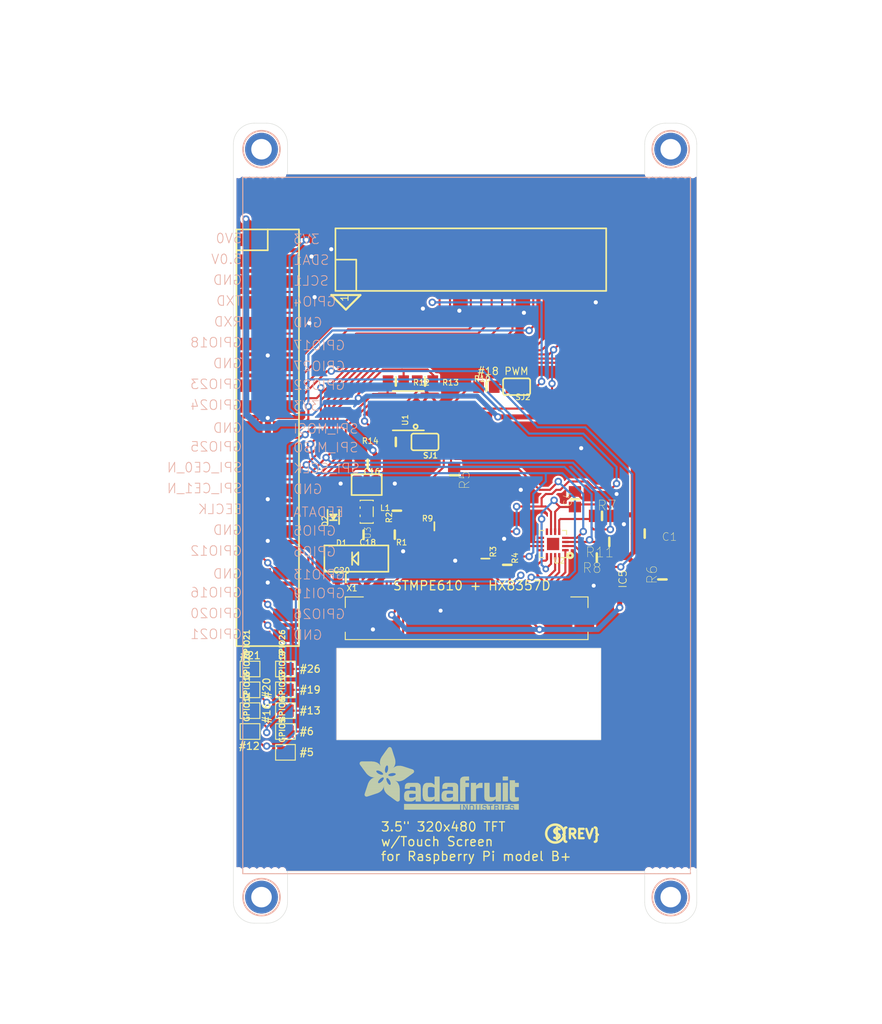
<source format=kicad_pcb>
(kicad_pcb (version 20221018) (generator pcbnew)
  (layers (0 "F.Cu" signal) (1 "In1.Cu" signal) (2 "In2.Cu" signal) (3 "In3.Cu" signal) (4 "In4.Cu" signal) (5 "In5.Cu" signal) (6 "In6.Cu" signal) (7 "In7.Cu" signal) (8 "In8.Cu" signal) (9 "In9.Cu" signal) (10 "In10.Cu" signal) (11 "In11.Cu" signal) (12 "In12.Cu" signal) (13 "In13.Cu" signal) (14 "In14.Cu" signal) (31 "B.Cu" signal) (34 "B.Paste" user) (35 "F.Paste" user) (36 "B.SilkS" user "B.Silkscreen") (37 "F.SilkS" user "F.Silkscreen") (38 "B.Mask" user) (39 "F.Mask" user) (44 "Edge.Cuts" user))
  (net 0 "")
  (net 1 "GND")
  (net 2 "+5V")
  (net 3 "MISO")
  (net 4 "TFT_RST")
  (net 5 "XL")
  (net 6 "XR")
  (net 7 "YU")
  (net 8 "YD")
  (net 9 "RT_CS")
  (net 10 "RT_INT")
  (net 11 "3.3V")
  (net 12 "N$6")
  (net 13 "N$7")
  (net 14 "N$8")
  (net 15 "N$11")
  (net 16 "N$17")
  (net 17 "N$18")
  (net 18 "SCLK")
  (net 19 "MOSI")
  (net 20 "GPIO23")
  (net 21 "GPIO22")
  (net 22 "GPIO27")
  (net 23 "GPIO18")
  (net 24 "LEDK")
  (net 25 "N$12")
  (net 26 "+24V")
  (net 27 "TFT_DC")
  (net 28 "TFT_CS")
  (net 29 "N$1")
  (net 30 "N$2")
  (net 31 "N$3")
  (net 32 "LCD_LITE")
  (net 33 "N$4")
  (net 34 "EECLK")
  (net 35 "EEDATA")
  (net 36 "N$16")
  (net 37 "N$5")
  (net 38 "GPIO6")
  (net 39 "N$9")
  (net 40 "N$10")
  (net 41 "N$13")
  (net 42 "N$14")
  (net 43 "GPIO16")
  (net 44 "N$15")
  (net 45 "N$19")
  (footprint "working:QFN16_3MM" (layer "F.Cu") (at 159.2326 107.5436 180)
    (fp_text reference "U2")
    (fp_text value "STMPE610")
  )
  (footprint "" (layer "F.Cu") (at 120.8786 147.4216)
    (fp_text reference "@HOLE20" hide)
    (fp_text value "")
  )
  (footprint "" (layer "F.Cu") (at 123.5456 147.4216)
    (fp_text reference "@HOLE17" hide)
    (fp_text value "")
  )
  (footprint "working:0805-NO" (layer "F.Cu") (at 170.4086 106.2736)
    (fp_text reference "C1")
    (fp_text value "10uF")
  )
  (footprint "" (layer "F.Cu") (at 123.5456 62.4586)
    (fp_text reference "@HOLE3" hide)
    (fp_text value "")
  )
  (footprint "" (layer "F.Cu") (at 174.4726 147.4216)
    (fp_text reference "@HOLE23" hide)
    (fp_text value "")
  )
  (footprint "working:SOT23-5@1" (layer "F.Cu") (at 136.4996 103.6066 -90)
    (fp_text reference "U3")
    (fp_text value "FAN5333BSX")
  )
  (footprint "working:0805-NO" (layer "F.Cu") (at 140.1826 103.4796 90)
    (fp_text reference "R2")
    (fp_text value "10K")
  )
  (footprint "" (layer "F.Cu") (at 176.2506 147.4216)
    (fp_text reference "@HOLE21" hide)
    (fp_text value "")
  )
  (footprint "working:0805-NO" (layer "F.Cu") (at 166.0906 107.2896 180)
    (fp_text reference "R11")
    (fp_text value "10K")
  )
  (footprint "" (layer "F.Cu") (at 171.8056 147.4216)
    (fp_text reference "@HOLE26" hide)
    (fp_text value "")
  )
  (footprint "" (layer "F.Cu") (at 126.2126 147.4216)
    (fp_text reference "@HOLE14" hide)
    (fp_text value "")
  )
  (footprint "" (layer "F.Cu") (at 171.8056 62.4586)
    (fp_text reference "@HOLE12" hide)
    (fp_text value "")
  )
  (footprint "working:PAD-1.5X2.0" (layer "F.Cu") (at 126.5936 122.7836 90)
    (fp_text reference "GPIO26")
    (fp_text value "")
  )
  (footprint "working:PAD-1.5X2.0" (layer "F.Cu") (at 126.5936 132.9436 90)
    (fp_text reference "GPIO5")
    (fp_text value "")
  )
  (footprint "" (layer "F.Cu") (at 175.3616 62.4586)
    (fp_text reference "@HOLE8" hide)
    (fp_text value "")
  )
  (footprint "" (layer "F.Cu") (at 124.4346 62.4586)
    (fp_text reference "@HOLE2" hide)
    (fp_text value "")
  )
  (footprint "working:0805-NO" (layer "F.Cu") (at 136.6266 97.7646 180)
    (fp_text reference "C16")
    (fp_text value "10uF")
  )
  (footprint "working:SOD-123" (layer "F.Cu") (at 132.4356 104.2416 90)
    (fp_text reference "D2")
    (fp_text value "MBR0540")
  )
  (footprint "working:SOIC8_150MIL" (layer "F.Cu") (at 141.5796 91.2876 90)
    (fp_text reference "U1")
    (fp_text value "CAT24C32")
  )
  (footprint "" (layer "F.Cu") (at 170.9166 147.4216)
    (fp_text reference "@HOLE27" hide)
    (fp_text value "")
  )
  (footprint "working:PAD-1.5X2.0" (layer "F.Cu") (at 122.2756 125.3236 90)
    (fp_text reference "GPIO20")
    (fp_text value "")
  )
  (footprint "" (layer "F.Cu") (at 173.5836 62.4586)
    (fp_text reference "@HOLE10" hide)
    (fp_text value "")
  )
  (footprint "" (layer "F.Cu") (at 121.7676 62.4586)
    (fp_text reference "@HOLE5" hide)
    (fp_text value "")
  )
  (footprint "" (layer "F.Cu") (at 170.9166 62.4586)
    (fp_text reference "@HOLE13" hide)
    (fp_text value "")
  )
  (footprint "working:PAD-1.5X2.0" (layer "F.Cu") (at 122.2756 122.7836 90)
    (fp_text reference "GPIO21")
    (fp_text value "")
  )
  (footprint "" (layer "F.Cu") (at 175.3616 147.4216)
    (fp_text reference "@HOLE22" hide)
    (fp_text value "")
  )
  (footprint "working:PAD-1.5X2.0" (layer "F.Cu") (at 126.5936 130.4036 90)
    (fp_text reference "GPIO6")
    (fp_text value "")
  )
  (footprint "working:INDUCTOR_1007" (layer "F.Cu") (at 136.4996 100.3046 180)
    (fp_text reference "L1")
    (fp_text value "10uH 1007")
  )
  (footprint "working:0805-NO" (layer "F.Cu") (at 151.1046 88.3666)
    (fp_text reference "R10")
    (fp_text value "1K")
  )
  (footprint "working:SMADIODE" (layer "F.Cu") (at 135.2296 109.3216)
    (fp_text reference "D1")
    (fp_text value "MM3Z24VT1G")
  )
  (footprint "working:PAD-1.5X2.0" (layer "F.Cu") (at 122.2756 127.8636 90)
    (fp_text reference "GPIO16")
    (fp_text value "")
  )
  (footprint "working:PAD-1.5X2.0" (layer "F.Cu") (at 122.2756 130.4036 90)
    (fp_text reference "GPIO12")
    (fp_text value "")
  )
  (footprint "" (layer "F.Cu") (at 126.2126 62.4586)
    (fp_text reference "@HOLE0" hide)
    (fp_text value "")
  )
  (footprint "working:ADAFRUIT_TEXT_20MM" (layer "F.Cu") (at 135.4836 139.9286)
    (fp_text reference "U$23" hide)
    (fp_text value "" hide)
  )
  (footprint "working:0805-NO" (layer "F.Cu") (at 147.1676 99.1616 -90)
    (fp_text reference "R5")
    (fp_text value "10K")
  )
  (footprint "working:FIDUCIAL_1MM" (layer "F.Cu") (at 174.2186 145.1356 90)
    (fp_text reference "U$10" hide)
    (fp_text value "FIDUCIAL\"\"" hide)
  )
  (footprint "" (layer "F.Cu") (at 172.6946 147.4216)
    (fp_text reference "@HOLE25" hide)
    (fp_text value "")
  )
  (footprint "working:0805-NO" (layer "F.Cu") (at 143.6116 87.7316)
    (fp_text reference "R13")
    (fp_text value "3.9K")
  )
  (footprint "working:SOLDERJUMPER_CLOSEDWIRE" (layer "F.Cu") (at 154.7876 88.3666 180)
    (fp_text reference "SJ2")
    (fp_text value "")
  )
  (footprint "" (layer "F.Cu") (at 125.3236 147.4216)
    (fp_text reference "@HOLE15" hide)
    (fp_text value "")
  )
  (footprint "working:0805-NO" (layer "F.Cu") (at 140.0556 87.7316)
    (fp_text reference "R12")
    (fp_text value "3.9K")
  )
  (footprint "working:0805-NO" (layer "F.Cu") (at 172.5676 111.8616 90)
    (fp_text reference "R6")
    (fp_text value "10K")
  )
  (footprint "working:_0805MP" (layer "F.Cu") (at 133.9596 111.7346)
    (fp_text reference "C20")
    (fp_text value "1uF")
  )
  (footprint "working:SOT23" (layer "F.Cu") (at 169.6466 111.8616)
    (fp_text reference "IC5")
    (fp_text value "AXP803")
  )
  (footprint "" (layer "F.Cu") (at 120.8786 62.4586)
    (fp_text reference "@HOLE6" hide)
    (fp_text value "")
  )
  (footprint "" (layer "F.Cu") (at 172.6946 62.4586)
    (fp_text reference "@HOLE11" hide)
    (fp_text value "")
  )
  (footprint "working:0805-NO" (layer "F.Cu") (at 153.6446 110.0836 -90)
    (fp_text reference "R4")
    (fp_text value "12")
  )
  (footprint "working:0805-NO" (layer "F.Cu") (at 140.0556 95.0976 180)
    (fp_text reference "R14")
    (fp_text value "3.9K")
  )
  (footprint "working:0805-NO" (layer "F.Cu") (at 161.8996 102.0826 90)
    (fp_text reference "C4")
    (fp_text value "0.1uF")
  )
  (footprint "working:PAD-1.5X2.0" (layer "F.Cu") (at 126.5936 127.8636 90)
    (fp_text reference "GPIO13")
    (fp_text value "")
  )
  (footprint "" (layer "F.Cu") (at 121.7676 147.4216)
    (fp_text reference "@HOLE19" hide)
    (fp_text value "")
  )
  (footprint "" (layer "F.Cu") (at 174.4726 62.4586)
    (fp_text reference "@HOLE9" hide)
    (fp_text value "")
  )
  (footprint "working:0805-NO" (layer "F.Cu") (at 165.2016 104.1146)
    (fp_text reference "R7")
    (fp_text value "10K")
  )
  (footprint "working:0805-NO" (layer "F.Cu") (at 136.1186 106.4006 180)
    (fp_text reference "C18")
    (fp_text value "0.1uF")
  )
  (footprint "working:SOLDERJUMPER_CLOSEDWIRE" (layer "F.Cu") (at 143.6116 95.0976 180)
    (fp_text reference "SJ1")
    (fp_text value "WP")
  )
  (footprint "working:0805-NO" (layer "F.Cu") (at 164.5666 109.1946 180)
    (fp_text reference "R8")
    (fp_text value "DNP")
  )
  (footprint "" (layer "F.Cu") (at 122.6566 147.4216)
    (fp_text reference "@HOLE18" hide)
    (fp_text value "")
  )
  (footprint "working:0805-NO" (layer "F.Cu") (at 139.9286 106.4006 180)
    (fp_text reference "R1")
    (fp_text value "12Ω")
  )
  (footprint "" (layer "F.Cu") (at 125.3236 62.4586)
    (fp_text reference "@HOLE1" hide)
    (fp_text value "")
  )
  (footprint "" (layer "F.Cu") (at 124.4346 147.4216)
    (fp_text reference "@HOLE16" hide)
    (fp_text value "")
  )
  (footprint "working:FIDUCIAL_1MM" (layer "F.Cu") (at 123.6726 144.3736 180)
    (fp_text reference "U$11" hide)
    (fp_text value "FIDUCIAL\"\"" hide)
  )
  (footprint "working:_0805MP" (layer "F.Cu") (at 144.7546 105.3846)
    (fp_text reference "R9")
    (fp_text value "1K")
  )
  (footprint "working:PAD-1.5X2.0" (layer "F.Cu") (at 126.5936 125.3236 90)
    (fp_text reference "GPIO19")
    (fp_text value "")
  )
  (footprint "working:PCBFEAT-REV-056" (layer "F.Cu") (at 159.4866 142.8496)
    (fp_text reference "U$19" hide)
    (fp_text value "" hide)
  )
  (footprint "" (layer "F.Cu") (at 176.2506 62.4586)
    (fp_text reference "@HOLE7" hide)
    (fp_text value "")
  )
  (footprint "" (layer "F.Cu") (at 173.5836 147.4216)
    (fp_text reference "@HOLE24" hide)
    (fp_text value "")
  )
  (footprint "working:_0805MP" (layer "F.Cu") (at 150.9776 109.3216 -90)
    (fp_text reference "R3")
    (fp_text value "12")
  )
  (footprint "" (layer "F.Cu") (at 122.6566 62.4586)
    (fp_text reference "@HOLE4" hide)
    (fp_text value "")
  )
  (footprint "working:2X13_SMT_MALE" (layer "F.Cu") (at 149.1996 72.8726)
    (fp_text reference "JP1" hide)
    (fp_text value "" hide)
  )
  (footprint "working:FIDUCIAL_1MM" (layer "F.Cu") (at 172.8216 65.5066)
    (fp_text reference "U$18" hide)
    (fp_text value "FIDUCIAL\"\"" hide)
  )
  (footprint "working:TFT_3.5IN_320X480_50PIN" (layer "B.Cu") (at 148.6916 110.3376 180)
    (fp_text reference "X1")
    (fp_text value "")
  )
  (footprint "working:MOUNTINGHOLE_2.5_PLATED_THICK" (layer "B.Cu") (at 123.6726 59.4106 180)
    (fp_text reference "U$20" hide)
    (fp_text value "MOUNTINGHOLE2.5_THICK" hide)
  )
  (footprint "working:MOUNTINGHOLE_2.5_PLATED_THICK" (layer "B.Cu") (at 123.6726 150.5966 90)
    (fp_text reference "U$15" hide)
    (fp_text value "MOUNTINGHOLE2.5_THICK" hide)
  )
  (footprint "working:MOUNTINGHOLE_2.5_PLATED_THICK" (layer "B.Cu") (at 173.5836 150.5966 180)
    (fp_text reference "U$17" hide)
    (fp_text value "MOUNTINGHOLE2.5_THICK" hide)
  )
  (footprint "working:MOUNTINGHOLE_2.5_PLATED_THICK" (layer "B.Cu") (at 173.5836 59.4106 90)
    (fp_text reference "U$16" hide)
    (fp_text value "MOUNTINGHOLE2.5_THICK" hide)
  )
  (footprint "working:RASPBERRYPI_BPLUS_SHIELD_SMT" (layer "B.Cu") (at 177.0126 147.2946 180)
    (fp_text reference "RPI1" hide)
    (fp_text value "RASPBERRYPI_BPLUS_SMT" hide)
  )
  (gr_line (start 135.7376 77.1906) (end 133.9596 78.9686) (stroke (width 0.254)) (layer "F.SilkS"))
  (gr_line (start 132.1816 77.1906) (end 135.7376 77.1906) (stroke (width 0.254)) (layer "F.SilkS"))
  (gr_line (start 133.9596 78.9686) (end 132.1816 77.1906) (stroke (width 0.254)) (layer "F.SilkS"))
  (gr_line (start 170.4086 151.2316) (end 170.4086 147.4216) (stroke (width 0.05)) (layer "Edge.Cuts"))
  (gr_arc (start 172.9486 153.7716) (mid 171.152549 153.027651) (end 170.4086 151.2316) (stroke (width 0.05)) (layer "Edge.Cuts"))
  (gr_line (start 176.7586 58.7756) (end 176.7586 151.2316) (stroke (width 0.05)) (layer "Edge.Cuts"))
  (gr_line (start 165.0746 120.2436) (end 132.8166 120.2436) (stroke (width 0.05)) (layer "Edge.Cuts"))
  (gr_line (start 126.8476 62.4586) (end 170.4086 62.4586) (stroke (width 0.05)) (layer "Edge.Cuts"))
  (gr_line (start 126.8476 58.7756) (end 126.8476 62.4586) (stroke (width 0.05)) (layer "Edge.Cuts"))
  (gr_arc (start 170.4086 58.7756) (mid 171.152549 56.979549) (end 172.9486 56.2356) (stroke (width 0.05)) (layer "Edge.Cuts"))
  (gr_line (start 120.2436 151.2316) (end 120.2436 58.7756) (stroke (width 0.05)) (layer "Edge.Cuts"))
  (gr_line (start 165.0746 131.4196) (end 165.0746 120.2436) (stroke (width 0.05)) (layer "Edge.Cuts"))
  (gr_line (start 172.9486 56.2356) (end 174.2186 56.2356) (stroke (width 0.05)) (layer "Edge.Cuts"))
  (gr_arc (start 126.8476 151.2316) (mid 126.103651 153.027651) (end 124.3076 153.7716) (stroke (width 0.05)) (layer "Edge.Cuts"))
  (gr_arc (start 124.3076 56.2356) (mid 126.103651 56.979549) (end 126.8476 58.7756) (stroke (width 0.05)) (layer "Edge.Cuts"))
  (gr_arc (start 174.2186 56.2356) (mid 176.014651 56.979549) (end 176.7586 58.7756) (stroke (width 0.05)) (layer "Edge.Cuts"))
  (gr_arc (start 176.7586 151.2316) (mid 176.014651 153.027651) (end 174.2186 153.7716) (stroke (width 0.05)) (layer "Edge.Cuts"))
  (gr_line (start 132.8166 131.4196) (end 165.0746 131.4196) (stroke (width 0.05)) (layer "Edge.Cuts"))
  (gr_line (start 124.3076 153.7716) (end 122.7836 153.7716) (stroke (width 0.05)) (layer "Edge.Cuts"))
  (gr_line (start 174.2186 153.7716) (end 172.9486 153.7716) (stroke (width 0.05)) (layer "Edge.Cuts"))
  (gr_line (start 170.4086 147.4216) (end 126.8476 147.4216) (stroke (width 0.05)) (layer "Edge.Cuts"))
  (gr_line (start 126.8476 147.4216) (end 126.8476 151.2316) (stroke (width 0.05)) (layer "Edge.Cuts"))
  (gr_arc (start 122.7836 153.7716) (mid 120.987549 153.027651) (end 120.2436 151.2316) (stroke (width 0.05)) (layer "Edge.Cuts"))
  (gr_line (start 132.8166 120.2436) (end 132.8166 131.4196) (stroke (width 0.05)) (layer "Edge.Cuts"))
  (gr_line (start 122.7836 56.2356) (end 124.3076 56.2356) (stroke (width 0.05)) (layer "Edge.Cuts"))
  (gr_arc (start 120.2436 58.7756) (mid 120.987549 56.979549) (end 122.7836 56.2356) (stroke (width 0.05)) (layer "Edge.Cuts"))
  (gr_line (start 170.4086 62.4586) (end 170.4086 58.7756) (stroke (width 0.05)) (layer "Edge.Cuts"))
  (gr_text "1" (at 134.3406 78.0796 90) (layer "F.SilkS") (effects (font (size 0.89408 0.89408) (thickness 0.12192)) (justify left bottom)))
  (gr_text "#18 PWM" (at 156.3116 85.9536) (layer "F.SilkS") (effects (font (size 0.89408 0.89408) (thickness 0.12192)) (justify right top)))
  (gr_text "#19" (at 128.2446 125.8316) (layer "F.SilkS") (effects (font (size 0.87376 0.87376) (thickness 0.14224)) (justify left bottom)))
  (gr_text "#20" (at 124.8156 126.4666 90) (layer "F.SilkS") (effects (font (size 0.87376 0.87376) (thickness 0.14224)) (justify left bottom)))
  (gr_text "#6" (at 128.2446 130.9116) (layer "F.SilkS") (effects (font (size 0.87376 0.87376) (thickness 0.14224)) (justify left bottom)))
  (gr_text "3.5\" 320x480 TFT\nw/Touch Screen\nfor Raspberry Pi model B+" (at 138.1506 146.2786) (layer "F.SilkS") (effects (font (size 1.1176 1.1176) (thickness 0.1524)) (justify left bottom)))
  (gr_text "#21" (at 123.6726 120.6246) (layer "F.SilkS") (effects (font (size 0.87376 0.87376) (thickness 0.14224)) (justify right top)))
  (gr_text "#13" (at 128.2446 128.3716) (layer "F.SilkS") (effects (font (size 0.87376 0.87376) (thickness 0.14224)) (justify left bottom)))
  (gr_text "STMPE610 + HX8357D" (at 149.3266 112.6236) (layer "F.SilkS") (effects (font (size 1.1176 1.1176) (thickness 0.1524))))
  (gr_text "#16" (at 124.8156 129.5146 90) (layer "F.SilkS") (effects (font (size 0.87376 0.87376) (thickness 0.14224)) (justify left bottom)))
  (gr_text "#12" (at 123.5456 131.6736) (layer "F.SilkS") (effects (font (size 0.87376 0.87376) (thickness 0.14224)) (justify right top)))
  (gr_text "#5" (at 128.2446 133.4516) (layer "F.SilkS") (effects (font (size 0.87376 0.87376) (thickness 0.14224)) (justify left bottom)))
  (gr_text "#26" (at 128.2446 123.2916) (layer "F.SilkS") (effects (font (size 0.87376 0.87376) (thickness 0.14224)) (justify left bottom)))
  (segment (start 149.4416 115.7986) (end 148.9416 115.7986) (width 0.254) (layer "F.Cu") (net 1))
  (segment (start 160.9416 114.0976) (end 160.9416 115.2906) (width 0.254) (layer "F.Cu") (net 1))
  (segment (start 143.8656 112.1156) (end 144.3736 112.1156) (width 0.254) (layer "F.Cu") (net 1))
  (segment (start 160.4416 114.0976) (end 160.4416 115.2906) (width 0.254) (layer "F.Cu") (net 1))
  (segment (start 145.4416 112.1676) (end 145.3896 112.1156) (width 0.254) (layer "F.Cu") (net 1))
  (segment (start 150.4416 114.0976) (end 150.4416 115.7986) (width 0.254) (layer "F.Cu") (net 1))
  (segment (start 147.4416 114.0976) (end 147.4416 112.1356) (width 0.254) (layer "F.Cu") (net 1))
  (segment (start 146.4416 112.1516) (end 146.4056 112.1156) (width 0.254) (layer "F.Cu") (net 1))
  (segment (start 147.9416 114.0976) (end 147.9416 115.7986) (width 0.254) (layer "F.Cu") (net 1))
  (segment (start 155.0416 100.6856) (end 155.2956 100.9396) (width 0.254) (layer "F.Cu") (net 1))
  (segment (start 145.9416 114.0976) (end 145.9416 116.0526) (width 0.254) (layer "F.Cu") (net 1))
  (segment (start 149.9416 114.0976) (end 149.9416 115.7986) (width 0.254) (layer "F.Cu") (net 1))
  (segment (start 151.4416 114.0976) (end 151.4416 115.7986) (width 0.254) (layer "F.Cu") (net 1))
  (segment (start 148.9416 114.0976) (end 148.9416 115.7986) (width 0.254) (layer "F.Cu") (net 1))
  (segment (start 148.9416 115.7986) (end 148.4416 115.7986) (width 0.254) (layer "F.Cu") (net 1))
  (segment (start 151.9416 115.7986) (end 151.4416 115.7986) (width 0.254) (layer "F.Cu") (net 1))
  (segment (start 155.0336 106.9086) (end 153.2636 106.9086) (width 0.254) (layer "F.Cu") (net 1))
  (segment (start 143.4416 114.0976) (end 143.4416 112.1156) (width 0.254) (layer "F.Cu") (net 1))
  (segment (start 148.4416 114.0976) (end 148.4416 115.7986) (width 0.254) (layer "F.Cu") (net 1))
  (segment (start 150.4416 115.7986) (end 149.9416 115.7986) (width 0.254) (layer "F.Cu") (net 1))
  (segment (start 143.9416 112.1916) (end 143.8656 112.1156) (width 0.254) (layer "F.Cu") (net 1))
  (segment (start 143.9416 114.0976) (end 143.9416 112.1916) (width 0.254) (layer "F.Cu") (net 1))
  (segment (start 145.4416 115.5966) (end 145.5166 115.6716) (width 0.254) (layer "F.Cu") (net 1))
  (segment (start 151.9416 114.0976) (end 151.9416 115.7986) (width 0.254) (layer "F.Cu") (net 1))
  (segment (start 146.9416 112.1436) (end 146.9136 112.1156) (width 0.254) (layer "F.Cu") (net 1))
  (segment (start 157.4416 116.5476) (end 157.7086 116.8146) (width 0.254) (layer "F.Cu") (net 1))
  (segment (start 143.4416 114.0976) (end 143.4416 112.2856) (width 0.254) (layer "F.Cu") (net 1))
  (segment (start 147.4416 112.1356) (end 147.4216 112.1156) (width 0.254) (layer "F.Cu") (net 1))
  (segment (start 146.9136 112.1156) (end 147.4216 112.1156) (width 0.254) (layer "F.Cu") (net 1))
  (segment (start 160.4416 115.2906) (end 159.9416 115.2906) (width 0.254) (layer "F.Cu") (net 1))
  (segment (start 146.9416 114.0976) (end 146.9416 112.1436) (width 0.254) (layer "F.Cu") (net 1))
  (segment (start 147.4216 112.1156) (end 147.6756 112.1156) (width 0.254) (layer "F.Cu") (net 1))
  (segment (start 159.9416 115.2906) (end 159.9416 116.1056) (width 0.254) (layer "F.Cu") (net 1))
  (segment (start 144.4416 112.1836) (end 144.3736 112.1156) (width 0.254) (layer "F.Cu") (net 1))
  (segment (start 145.9416 112.1596) (end 145.8976 112.1156) (width 0.254) (layer "F.Cu") (net 1))
  (segment (start 147.9416 112.3816) (end 147.6756 112.1156) (width 0.254) (layer "F.Cu") (net 1))
  (segment (start 143.4416 112.2856) (end 143.6116 112.1156) (width 0.254) (layer "F.Cu") (net 1))
  (segment (start 148.4416 115.7986) (end 147.9416 115.7986) (width 0.254) (layer "F.Cu") (net 1))
  (segment (start 146.4056 112.1156) (end 146.9136 112.1156) (width 0.254) (layer "F.Cu") (net 1))
  (segment (start 157.7086 116.8146) (end 159.2326 116.8146) (width 0.254) (layer "F.Cu") (net 1))
  (segment (start 157.7326 107.2936) (end 155.4186 107.2936) (width 0.254) (layer "F.Cu") (net 1))
  (segment (start 159.9416 114.0976) (end 159.9416 115.2906) (width 0.254) (layer "F.Cu") (net 1))
  (segment (start 149.9416 115.7986) (end 149.4416 115.7986) (width 0.254) (layer "F.Cu") (net 1))
  (segment (start 144.9416 114.0976) (end 144.9416 112.1756) (width 0.254) (layer "F.Cu") (net 1))
  (segment (start 155.4186 107.2936) (end 155.0336 106.9086) (width 0.254) (layer "F.Cu") (net 1))
  (segment (start 150.9416 114.0976) (end 150.9416 115.7986) (width 0.254) (layer "F.Cu") (net 1))
  (segment (start 144.8816 112.1156) (end 145.3896 112.1156) (width 0.254) (layer "F.Cu") (net 1))
  (segment (start 143.6116 112.1156) (end 143.8656 112.1156) (width 0.254) (layer "F.Cu") (net 1))
  (segment (start 145.9416 114.0976) (end 145.9416 112.1596) (width 0.254) (layer "F.Cu") (net 1))
  (segment (start 144.3736 112.1156) (end 144.8816 112.1156) (width 0.254) (layer "F.Cu") (net 1))
  (segment (start 159.9416 116.1056) (end 159.2326 116.8146) (width 0.254) (layer "F.Cu") (net 1))
  (segment (start 160.9416 115.2906) (end 160.4416 115.2906) (width 0.254) (layer "F.Cu") (net 1))
  (segment (start 145.9416 116.0526) (end 147.9416 116.0526) (width 0.254) (layer "F.Cu") (net 1))
  (segment (start 145.4416 114.0976) (end 145.4416 115.5966) (width 0.254) (layer "F.Cu") (net 1))
  (segment (start 151.4416 115.7986) (end 150.9416 115.7986) (width 0.254) (layer "F.Cu") (net 1))
  (segment (start 149.4416 114.0976) (end 149.4416 115.7986) (width 0.254) (layer "F.Cu") (net 1))
  (segment (start 144.4416 114.0976) (end 144.4416 112.1836) (width 0.254) (layer "F.Cu") (net 1))
  (segment (start 146.4416 114.0976) (end 146.4416 112.1516) (width 0.254) (layer "F.Cu") (net 1))
  (segment (start 157.4416 114.0976) (end 157.4416 116.5476) (width 0.254) (layer "F.Cu") (net 1))
  (segment (start 150.9416 115.7986) (end 150.4416 115.7986) (width 0.254) (layer "F.Cu") (net 1))
  (segment (start 147.9416 115.7986) (end 147.9416 116.0526) (width 0.254) (layer "F.Cu") (net 1))
  (segment (start 145.8976 112.1156) (end 146.4056 112.1156) (width 0.254) (layer "F.Cu") (net 1))
  (segment (start 144.9416 112.1756) (end 144.8816 112.1156) (width 0.254) (layer "F.Cu") (net 1))
  (segment (start 145.3896 112.1156) (end 145.8976 112.1156) (width 0.254) (layer "F.Cu") (net 1))
  (via (at 132.1816 71.6026) (size 0.9064) (drill 0.5) (layers "F.Cu" "B.Cu") (net 1))
  (via (at 164.1856 112.6236) (size 0.889) (drill 0.4826) (layers "F.Cu" "B.Cu") (net 1))
  (via (at 147.2946 109.5756) (size 0.9064) (drill 0.5) (layers "F.Cu" "B.Cu") (net 1))
  (via (at 143.3576 78.8416) (size 0.9064) (drill 0.5) (layers "F.Cu" "B.Cu") (net 1))
  (via (at 129.7686 72.4916) (size 0.9064) (drill 0.5) (layers "F.Cu" "B.Cu") (net 1))
  (via (at 164.4396 78.0796) (size 0.9064) (drill 0.5) (layers "F.Cu" "B.Cu") (net 1))
  (via (at 147.8026 79.0956) (size 0.9064) (drill 0.5) (layers "F.Cu" "B.Cu") (net 1))
  (via (at 124.4346 84.5566) (size 0.9064) (drill 0.5) (layers "F.Cu" "B.Cu") (net 1))
  (via (at 133.3246 100.1776) (size 0.9064) (drill 0.5) (layers "F.Cu" "B.Cu") (net 1))
  (via (at 162.6616 95.8596) (size 0.9064) (drill 0.5) (layers "F.Cu" "B.Cu") (net 1))
  (via (at 130.1496 77.4446) (size 0.9064) (drill 0.5) (layers "F.Cu" "B.Cu") (net 1))
  (via (at 153.2636 106.9086) (size 0.9064) (drill 0.5) (layers "F.Cu" "B.Cu") (net 1))
  (via (at 155.2956 100.9396) (size 0.9064) (drill 0.5) (layers "F.Cu" "B.Cu") (net 1))
  (via (at 137.2616 117.9576) (size 0.9064) (drill 0.5) (layers "F.Cu" "B.Cu") (net 1))
  (via (at 124.4346 102.0826) (size 0.9064) (drill 0.5) (layers "F.Cu" "B.Cu") (net 1))
  (via (at 166.9796 101.4476) (size 0.889) (drill 0.4826) (layers "F.Cu" "B.Cu") (net 1))
  (via (at 124.4346 112.2426) (size 0.9064) (drill 0.5) (layers "F.Cu" "B.Cu") (net 1))
  (via (at 155.6766 79.3496) (size 0.9064) (drill 0.5) (layers "F.Cu" "B.Cu") (net 1))
  (via (at 124.4346 92.1766) (size 0.9064) (drill 0.5) (layers "F.Cu" "B.Cu") (net 1))
  (via (at 140.9446 108.4326) (size 0.9064) (drill 0.5) (layers "F.Cu" "B.Cu") (net 1))
  (via (at 167.8686 105.1306) (size 0.9064) (drill 0.5) (layers "F.Cu" "B.Cu") (net 1))
  (via (at 129.5146 80.6196) (size 0.9064) (drill 0.5) (layers "F.Cu" "B.Cu") (net 1))
  (via (at 124.4346 107.1626) (size 0.9064) (drill 0.5) (layers "F.Cu" "B.Cu") (net 1))
  (via (at 139.9286 100.1776) (size 0.9064) (drill 0.5) (layers "F.Cu" "B.Cu") (net 1))
  (via (at 145.5166 115.6716) (size 0.889) (drill 0.4826) (layers "F.Cu" "B.Cu") (net 1))
  (segment (start 121.7676 67.9196) (end 122.4026 68.5546) (width 0.6096) (layer "F.Cu") (net 2))
  (segment (start 122.2756 72.9996) (end 122.2756 70.4596) (width 0.6096) (layer "F.Cu") (net 2))
  (segment (start 131.8006 68.5546) (end 133.9596 70.7136) (width 0.6096) (layer "F.Cu") (net 2))
  (segment (start 122.2756 70.4596) (end 122.2756 68.6816) (width 0.6096) (layer "F.Cu") (net 2))
  (segment (start 137.6266 100.3046) (end 137.6266 97.8146) (width 0.6096) (layer "F.Cu") (net 2))
  (segment (start 137.6266 97.8146) (end 137.5766 97.7646) (width 0.6096) (layer "F.Cu") (net 2))
  (segment (start 137.5766 97.7646) (end 137.5766 96.6826) (width 0.6096) (layer "F.Cu") (net 2))
  (segment (start 137.7997 102.6566) (end 137.6266 102.4835) (width 0.8128) (layer "F.Cu") (net 2))
  (segment (start 122.2756 68.6816) (end 122.4026 68.5546) (width 0.6096) (layer "F.Cu") (net 2))
  (segment (start 122.4026 68.5546) (end 131.8006 68.5546) (width 0.6096) (layer "F.Cu") (net 2))
  (segment (start 137.5766 96.6826) (end 137.2616 96.1136) (width 0.6096) (layer "F.Cu") (net 2))
  (segment (start 137.6266 102.4835) (end 137.6266 100.3046) (width 0.8128) (layer "F.Cu") (net 2))
  (segment (start 133.9596 70.7136) (end 136.4996 70.7136) (width 0.6096) (layer "F.Cu") (net 2))
  (via (at 121.7676 67.9196) (size 0.889) (drill 0.4826) (layers "F.Cu" "B.Cu") (net 2))
  (via (at 137.2616 96.1136) (size 0.889) (drill 0.4826) (layers "F.Cu" "B.Cu") (net 2))
  (segment (start 121.7676 91.6686) (end 121.7676 67.9196) (width 0.8128) (layer "B.Cu") (net 2))
  (segment (start 123.4186 93.3196) (end 125.3236 93.3196) (width 0.8128) (layer "B.Cu") (net 2))
  (segment (start 133.7056 92.8116) (end 137.2616 96.1136) (width 0.8128) (layer "B.Cu") (net 2))
  (segment (start 123.4186 93.3196) (end 121.7676 91.6686) (width 0.8128) (layer "B.Cu") (net 2))
  (segment (start 125.8316 92.8116) (end 133.7056 92.8116) (width 0.8128) (layer "B.Cu") (net 2))
  (segment (start 125.3236 93.3196) (end 125.8316 92.8116) (width 0.8128) (layer "B.Cu") (net 2))
  (segment (start 163.4196 107.2936) (end 163.6776 107.0356) (width 0.254) (layer "F.Cu") (net 3))
  (segment (start 137.7696 83.9216) (end 157.8356 83.9216) (width 0.254) (layer "F.Cu") (net 3))
  (segment (start 131.4196 93.5736) (end 129.6416 95.3516) (width 0.254) (layer "F.Cu") (net 3))
  (segment (start 163.9316 107.2896) (end 163.6776 107.0356) (width 0.254) (layer "F.Cu") (net 3))
  (segment (start 129.6416 95.3516) (end 129.1336 95.8596) (width 0.254) (layer "F.Cu") (net 3))
  (segment (start 165.1406 107.2896) (end 163.9316 107.2896) (width 0.254) (layer "F.Cu") (net 3))
  (segment (start 131.4196 90.2716) (end 131.4196 93.5736) (width 0.254) (layer "F.Cu") (net 3))
  (segment (start 157.8356 83.9216) (end 159.3596 82.3976) (width 0.254) (layer "F.Cu") (net 3))
  (segment (start 160.7326 107.2936) (end 163.4196 107.2936) (width 0.254) (layer "F.Cu") (net 3))
  (segment (start 159.3596 82.3976) (end 159.3596 75.0316) (width 0.254) (layer "F.Cu") (net 3))
  (segment (start 129.1336 95.8596) (end 126.5936 95.8596) (width 0.254) (layer "F.Cu") (net 3))
  (segment (start 137.7696 83.9216) (end 131.4196 90.2716) (width 0.254) (layer "F.Cu") (net 3))
  (via (at 163.6776 107.0356) (size 0.9064) (drill 0.5) (layers "F.Cu" "B.Cu") (net 3))
  (via (at 129.6416 95.3516) (size 0.889) (drill 0.4826) (layers "F.Cu" "B.Cu") (net 3))
  (segment (start 163.9316 101.4476) (end 160.6296 98.1456) (width 0.254) (layer "B.Cu") (net 3))
  (segment (start 163.9316 106.7816) (end 163.9316 101.4476) (width 0.254) (layer "B.Cu") (net 3))
  (segment (start 160.6296 98.1456) (end 131.1656 98.1456) (width 0.254) (layer "B.Cu") (net 3))
  (segment (start 163.6776 107.0356) (end 163.9316 106.7816) (width 0.254) (layer "B.Cu") (net 3))
  (segment (start 129.8956 96.8756) (end 129.6416 95.3516) (width 0.254) (layer "B.Cu") (net 3))
  (segment (start 131.1656 98.1456) (end 129.8956 96.8756) (width 0.254) (layer "B.Cu") (net 3))
  (segment (start 140.9416 114.0976) (end 140.9416 118.9706) (width 0.254) (layer "F.Cu") (net 4))
  (segment (start 170.5966 116.7536) (end 170.5966 112.9616) (width 0.254) (layer "F.Cu") (net 4))
  (segment (start 170.5966 116.7536) (end 167.7416 119.6086) (width 0.254) (layer "F.Cu") (net 4))
  (segment (start 170.5966 112.9616) (end 170.7466 112.8116) (width 0.254) (layer "F.Cu") (net 4))
  (segment (start 141.5796 119.6086) (end 167.7416 119.6086) (width 0.254) (layer "F.Cu") (net 4))
  (segment (start 170.7466 112.8116) (end 172.5676 112.8116) (width 0.254) (layer "F.Cu") (net 4))
  (segment (start 140.9416 118.9706) (end 141.5796 119.6086) (width 0.254) (layer "F.Cu") (net 4))
  (segment (start 158.9416 112.0256) (end 159.9826 110.9846) (width 0.254) (layer "F.Cu") (net 5))
  (segment (start 158.9416 114.0976) (end 158.9416 112.0256) (width 0.254) (layer "F.Cu") (net 5))
  (segment (start 159.9826 109.0436) (end 159.9826 110.9846) (width 0.254) (layer "F.Cu") (net 5))
  (segment (start 157.3276 111.3536) (end 157.3276 110.0836) (width 0.254) (layer "F.Cu") (net 6))
  (segment (start 157.8356 109.5756) (end 158.3436 109.5756) (width 0.254) (layer "F.Cu") (net 6))
  (segment (start 157.9416 111.9676) (end 157.3276 111.3536) (width 0.254) (layer "F.Cu") (net 6))
  (segment (start 158.4826 109.0436) (end 158.4826 109.4366) (width 0.254) (layer "F.Cu") (net 6))
  (segment (start 158.4826 109.4366) (end 158.3436 109.5756) (width 0.254) (layer "F.Cu") (net 6))
  (segment (start 157.3276 110.0836) (end 157.8356 109.5756) (width 0.254) (layer "F.Cu") (net 6))
  (segment (start 157.9416 114.0976) (end 157.9416 111.9676) (width 0.254) (layer "F.Cu") (net 6))
  (segment (start 159.4416 114.0976) (end 159.4416 112.2876) (width 0.254) (layer "F.Cu") (net 7))
  (segment (start 160.7326 108.2936) (end 160.7326 110.9966) (width 0.254) (layer "F.Cu") (net 7))
  (segment (start 159.4416 112.2876) (end 160.7326 110.9966) (width 0.254) (layer "F.Cu") (net 7))
  (segment (start 158.4416 111.7636) (end 159.4826 110.7226) (width 0.254) (layer "F.Cu") (net 8))
  (segment (start 158.4416 114.0976) (end 158.4416 111.7636) (width 0.254) (layer "F.Cu") (net 8))
  (segment (start 159.4826 109.0436) (end 159.4826 110.7226) (width 0.254) (layer "F.Cu") (net 8))
  (segment (start 123.5456 99.6696) (end 122.2756 100.9396) (width 0.254) (layer "F.Cu") (net 9))
  (segment (start 163.1696 85.4456) (end 165.9636 82.6516) (width 0.254) (layer "F.Cu") (net 9))
  (segment (start 159.9826 106.0436) (end 159.9826 104.6346) (width 0.254) (layer "F.Cu") (net 9))
  (segment (start 165.9636 70.7136) (end 164.4396 70.7136) (width 0.254) (layer "F.Cu") (net 9))
  (segment (start 138.5316 85.4456) (end 132.9436 91.0336) (width 0.254) (layer "F.Cu") (net 9))
  (segment (start 165.9636 82.6516) (end 165.9636 70.7136) (width 0.254) (layer "F.Cu") (net 9))
  (segment (start 132.9436 91.0336) (end 132.9436 95.6056) (width 0.254) (layer "F.Cu") (net 9))
  (segment (start 138.5316 85.4456) (end 163.1696 85.4456) (width 0.254) (layer "F.Cu") (net 9))
  (segment (start 163.9316 105.5116) (end 164.1856 105.7656) (width 0.254) (layer "F.Cu") (net 9))
  (segment (start 163.9316 104.4346) (end 164.2516 104.1146) (width 0.254) (layer "F.Cu") (net 9))
  (segment (start 128.8796 99.6696) (end 123.5456 99.6696) (width 0.254) (layer "F.Cu") (net 9))
  (segment (start 160.1216 104.4956) (end 163.8706 104.4956) (width 0.254) (layer "F.Cu") (net 9))
  (segment (start 163.8706 104.4956) (end 164.2516 104.1146) (width 0.254) (layer "F.Cu") (net 9))
  (segment (start 131.5466 97.0026) (end 128.8796 99.6696) (width 0.254) (layer "F.Cu") (net 9))
  (segment (start 163.9316 105.5116) (end 163.9316 104.4346) (width 0.254) (layer "F.Cu") (net 9))
  (segment (start 164.1856 105.7656) (end 166.2176 105.7656) (width 0.254) (layer "F.Cu") (net 9))
  (segment (start 159.9826 104.6346) (end 160.1216 104.4956) (width 0.254) (layer "F.Cu") (net 9))
  (segment (start 132.9436 95.6056) (end 131.5466 97.0026) (width 0.254) (layer "F.Cu") (net 9))
  (via (at 131.5466 97.0026) (size 0.889) (drill 0.4826) (layers "F.Cu" "B.Cu") (net 9))
  (via (at 166.2176 105.7656) (size 0.9064) (drill 0.5) (layers "F.Cu" "B.Cu") (net 9))
  (segment (start 161.6456 97.6376) (end 132.1816 97.6376) (width 0.254) (layer "B.Cu") (net 9))
  (segment (start 166.2176 102.2096) (end 161.6456 97.6376) (width 0.254) (layer "B.Cu") (net 9))
  (segment (start 166.2176 105.7656) (end 166.2176 102.2096) (width 0.254) (layer "B.Cu") (net 9))
  (segment (start 132.1816 97.6376) (end 131.5466 97.0026) (width 0.254) (layer "B.Cu") (net 9))
  (segment (start 161.8956 107.7936) (end 163.2966 109.1946) (width 0.254) (layer "F.Cu") (net 10))
  (segment (start 153.0096 72.8726) (end 154.2796 71.6026) (width 0.254) (layer "F.Cu") (net 10))
  (segment (start 123.5456 89.5096) (end 122.2756 90.7796) (width 0.254) (layer "F.Cu") (net 10))
  (segment (start 132.9436 86.4616) (end 132.1816 86.4616) (width 0.254) (layer "F.Cu") (net 10))
  (segment (start 167.4876 110.3376) (end 164.1856 110.3376) (width 0.254) (layer "F.Cu") (net 10))
  (segment (start 153.0096 80.7466) (end 153.0096 72.8726) (width 0.254) (layer "F.Cu") (net 10))
  (segment (start 132.1816 86.4616) (end 131.6736 86.4616) (width 0.254) (layer "F.Cu") (net 10))
  (segment (start 160.7326 107.7936) (end 161.8956 107.7936) (width 0.254) (layer "F.Cu") (net 10))
  (segment (start 163.2966 109.1946) (end 163.6166 109.1946) (width 0.254) (layer "F.Cu") (net 10))
  (segment (start 137.0076 82.3976) (end 151.3586 82.3976) (width 0.254) (layer "F.Cu") (net 10))
  (segment (start 164.1856 110.3376) (end 163.6166 109.7686) (width 0.254) (layer "F.Cu") (net 10))
  (segment (start 163.6166 109.1946) (end 163.6166 109.7686) (width 0.254) (layer "F.Cu") (net 10))
  (segment (start 151.3586 82.3976) (end 153.0096 80.7466) (width 0.254) (layer "F.Cu") (net 10))
  (segment (start 131.6736 86.4616) (end 128.6256 89.5096) (width 0.254) (layer "F.Cu") (net 10))
  (segment (start 132.9436 86.4616) (end 137.0076 82.3976) (width 0.254) (layer "F.Cu") (net 10))
  (segment (start 128.6256 89.5096) (end 123.5456 89.5096) (width 0.254) (layer "F.Cu") (net 10))
  (segment (start 154.2796 71.6026) (end 154.2796 70.7136) (width 0.254) (layer "F.Cu") (net 10))
  (via (at 167.4876 110.3376) (size 0.889) (drill 0.4826) (layers "F.Cu" "B.Cu") (net 10))
  (via (at 132.1816 86.4616) (size 0.9064) (drill 0.5) (layers "F.Cu" "B.Cu") (net 10))
  (segment (start 168.8846 108.9406) (end 167.4876 110.3376) (width 0.254) (layer "B.Cu") (net 10))
  (segment (start 132.1816 86.4616) (end 150.7236 86.4616) (width 0.254) (layer "B.Cu") (net 10))
  (segment (start 168.8846 99.0346) (end 168.8846 108.9406) (width 0.254) (layer "B.Cu") (net 10))
  (segment (start 150.7236 86.4616) (end 157.3276 93.3196) (width 0.254) (layer "B.Cu") (net 10))
  (segment (start 157.3276 93.3196) (end 163.1696 93.3196) (width 0.254) (layer "B.Cu") (net 10))
  (segment (start 163.1696 93.3196) (end 168.8846 99.0346) (width 0.254) (layer "B.Cu") (net 10))
  (segment (start 166.2786 103.9876) (end 169.0116 103.9876) (width 0.6096) (layer "F.Cu") (net 11))
  (segment (start 139.9416 112.1156) (end 144.7496 107.3076) (width 0.254) (layer "F.Cu") (net 11))
  (segment (start 139.4416 114.0976) (end 139.4416 112.1156) (width 0.254) (layer "F.Cu") (net 11))
  (segment (start 139.9416 115.7856) (end 139.5476 116.1796) (width 0.254) (layer "F.Cu") (net 11))
  (segment (start 166.2176 104.0486) (end 166.1516 104.1146) (width 0.254) (layer "F.Cu") (net 11))
  (segment (start 152.8826 82.9056) (end 154.2796 81.5086) (width 0.254) (layer "F.Cu") (net 11))
  (segment (start 128.1176 90.7796) (end 126.5936 90.7796) (width 0.254) (layer "F.Cu") (net 11))
  (segment (start 168.3766 109.1946) (end 169.0751 108.4961) (width 0.6096) (layer "F.Cu") (net 11))
  (segment (start 137.2616 82.9056) (end 152.8826 82.9056) (width 0.254) (layer "F.Cu") (net 11))
  (segment (start 169.7966 110.9116) (end 172.5676 110.9116) (width 0.6096) (layer "F.Cu") (net 11))
  (segment (start 162.2146 102.7176) (end 161.8996 103.0326) (width 0.254) (layer "F.Cu") (net 11))
  (segment (start 159.3596 102.2096) (end 159.3596 102.3316) (width 0.254) (layer "F.Cu") (net 11))
  (segment (start 138.9796 94.7176) (end 138.9796 93.1926) (width 0.254) (layer "F.Cu") (net 11))
  (segment (start 126.5936 70.4596) (end 127.1016 69.9516) (width 0.6096) (layer "F.Cu") (net 11))
  (segment (start 138.4656 86.2736) (end 135.4836 89.2556) (width 0.254) (layer "F.Cu") (net 11))
  (segment (start 156.3116 116.4336) (end 156.4416 116.4336) (width 0.254) (layer "F.Cu") (net 11))
  (segment (start 156.9466 115.0976) (end 156.9416 114.0976) (width 0.254) (layer "F.Cu") (net 11))
  (segment (start 156.3116 116.6876) (end 156.3116 116.4336) (width 0.254) (layer "F.Cu") (net 11))
  (segment (start 144.6276 86.9696) (end 144.6276 87.6656) (width 0.254) (layer "F.Cu") (net 11))
  (segment (start 139.9416 114.0976) (end 139.9416 112.1156) (width 0.254) (layer "F.Cu") (net 11))
  (segment (start 155.9416 114.0976) (end 155.9416 116.4336) (width 0.254) (layer "F.Cu") (net 11))
  (segment (start 158.9826 109.0436) (end 158.9826 109.9526) (width 0.254) (layer "F.Cu") (net 11))
  (segment (start 167.3606 111.9886) (end 167.9956 111.3536) (width 0.6096) (layer "F.Cu") (net 11))
  (segment (start 155.9416 116.4336) (end 156.3116 116.4336) (width 0.254) (layer "F.Cu") (net 11))
  (segment (start 169.6466 110.4646) (end 169.6466 110.7616) (width 0.6096) (layer "F.Cu") (net 11))
  (segment (start 169.0116 106.2736) (end 169.0116 108.4326) (width 0.6096) (layer "F.Cu") (net 11))
  (segment (start 155.9416 114.0976) (end 155.9416 114.9096) (width 0.254) (layer "F.Cu") (net 11))
  (segment (start 164.1856 92.0496) (end 152.5016 92.0496) (width 0.6096) (layer "F.Cu") (net 11))
  (segment (start 139.9416 114.0976) (end 139.9416 115.7856) (width 0.254) (layer "F.Cu") (net 11))
  (segment (start 140.8176 86.2736) (end 143.9316 86.2736) (width 0.254) (layer "F.Cu") (net 11))
  (segment (start 159.4826 103.6106) (end 160.0606 103.0326) (width 0.254) (layer "F.Cu") (net 11))
  (segment (start 161.8996 103.0326) (end 160.0606 103.0326) (width 0.254) (layer "F.Cu") (net 11))
  (segment (start 158.9826 109.9526) (end 158.3436 110.5916) (width 0.254) (layer "F.Cu") (net 11))
  (segment (start 166.1516 103.1596) (end 165.7096 102.7176) (width 0.254) (layer "F.Cu") (net 11))
  (segment (start 138.4656 86.2736) (end 140.8176 86.2736) (width 0.254) (layer "F.Cu") (net 11))
  (segment (start 166.1516 103.1596) (end 166.1516 104.1146) (width 0.254) (layer "F.Cu") (net 11))
  (segment (start 139.9416 112.1156) (end 139.4416 112.1156) (width 0.254) (layer "F.Cu") (net 11))
  (segment (start 130.9116 89.2556) (end 137.2616 82.9056) (width 0.254) (layer "F.Cu") (net 11))
  (segment (start 169.4586 106.2736) (end 169.0116 106.2736) (width 0.254) (layer "F.Cu") (net 11))
  (segment (start 169.0116 108.4326) (end 169.0751 108.4961) (width 0.6096) (layer "F.Cu") (net 11))
  (segment (start 157.8356 106.6906) (end 157.8356 104.4956) (width 0.254) (layer "F.Cu") (net 11))
  (segment (start 169.0546 111.3536) (end 169.6466 110.7616) (width 0.6096) (layer "F.Cu") (net 11))
  (segment (start 138.9796 93.1926) (end 136.8806 93.1926) (width 0.254) (layer "F.Cu") (net 11))
  (segment (start 165.7096 102.7176) (end 162.2146 102.7176) (width 0.254) (layer "F.Cu") (net 11))
  (segment (start 159.3596 102.3316) (end 160.0606 103.0326) (width 0.254) (layer "F.Cu") (net 11))
  (segment (start 144.7496 102.5296) (end 140.1826 102.5296) (width 0.254) (layer "F.Cu") (net 11))
  (segment (start 130.9116 89.2556) (end 130.9116 88.4936) (width 0.254) (layer "F.Cu") (net 11))
  (segment (start 135.4836 89.2556) (end 135.4836 89.7636) (width 0.254) (layer "F.Cu") (net 11))
  (segment (start 144.7496 107.3076) (end 144.7496 102.5296) (width 0.254) (layer "F.Cu") (net 11))
  (segment (start 157.7326 106.7936) (end 157.8356 106.6906) (width 0.254) (layer "F.Cu") (net 11))
  (segment (start 129.1336 89.7636) (end 128.1176 90.7796) (width 0.254) (layer "F.Cu") (net 11))
  (segment (start 165.5166 109.1946) (end 168.3766 109.1946) (width 0.6096) (layer "F.Cu") (net 11))
  (segment (start 156.4416 114.0976) (end 156.4416 116.4336) (width 0.254) (layer "F.Cu") (net 11))
  (segment (start 139.1056 95.0976) (end 138.9796 94.7176) (width 0.254) (layer "F.Cu") (net 11))
  (segment (start 129.1336 70.4596) (end 129.1336 69.9516) (width 0.254) (layer "F.Cu") (net 11))
  (segment (start 169.0116 96.6216) (end 169.0116 103.9876) (width 0.6096) (layer "F.Cu") (net 11))
  (segment (start 168.3766 109.1946) (end 169.6466 110.4646) (width 0.6096) (layer "F.Cu") (net 11))
  (segment (start 136.8806 93.1926) (end 136.2456 92.5576) (width 0.254) (layer "F.Cu") (net 11))
  (segment (start 127.1016 69.9516) (end 129.1336 69.9516) (width 0.6096) (layer "F.Cu") (net 11))
  (segment (start 167.3606 115.2906) (end 167.3606 111.9886) (width 0.6096) (layer "F.Cu") (net 11))
  (segment (start 154.2796 81.5086) (end 154.2796 75.0316) (width 0.254) (layer "F.Cu") (net 11))
  (segment (start 166.1516 104.1146) (end 166.2786 103.9876) (width 0.6096) (layer "F.Cu") (net 11))
  (segment (start 156.9416 114.0976) (end 156.9416 114.7876) (width 0.254) (layer "F.Cu") (net 11))
  (segment (start 139.4416 112.1156) (end 138.9416 112.1156) (width 0.254) (layer "F.Cu") (net 11))
  (segment (start 157.7326 104.5986) (end 157.8356 104.4956) (width 0.254) (layer "F.Cu") (net 11))
  (segment (start 169.0116 96.6216) (end 164.1856 92.0496) (width 0.6096) (layer "F.Cu") (net 11))
  (segment (start 141.0056 86.4616) (end 140.8176 86.2736) (width 0.254) (layer "F.Cu") (net 11))
  (segment (start 159.4826 106.0436) (end 159.4826 103.6106) (width 0.254) (layer "F.Cu") (net 11))
  (segment (start 130.4036 89.7636) (end 129.1336 89.7636) (width 0.254) (layer "F.Cu") (net 11))
  (segment (start 129.1336 69.9516) (end 133.9596 75.0316) (width 0.6096) (layer "F.Cu") (net 11))
  (segment (start 157.5816 117.9576) (end 156.3116 116.6876) (width 0.254) (layer "F.Cu") (net 11))
  (segment (start 156.9466 116.4336) (end 156.9466 115.0976) (width 0.254) (layer "F.Cu") (net 11))
  (segment (start 141.0056 87.7316) (end 141.0056 86.4616) (width 0.254) (layer "F.Cu") (net 11))
  (segment (start 169.6466 110.7616) (end 169.7966 110.9116) (width 0.254) (layer "F.Cu") (net 11))
  (segment (start 147.1676 100.1116) (end 144.7496 102.5296) (width 0.254) (layer "F.Cu") (net 11))
  (segment (start 167.9956 111.3536) (end 169.0546 111.3536) (width 0.6096) (layer "F.Cu") (net 11))
  (segment (start 133.5786 75.0316) (end 133.9596 75.0316) (width 0.254) (layer "F.Cu") (net 11))
  (segment (start 130.4036 89.7636) (end 130.9116 89.2556) (width 0.254) (layer "F.Cu") (net 11))
  (segment (start 144.6276 87.6656) (end 144.5616 87.7316) (width 0.254) (layer "F.Cu") (net 11))
  (segment (start 169.0116 103.9876) (end 169.0116 106.2736) (width 0.6096) (layer "F.Cu") (net 11))
  (segment (start 143.9316 86.2736) (end 144.6276 86.9696) (width 0.254) (layer "F.Cu") (net 11))
  (segment (start 138.9416 114.0976) (end 138.9416 112.1156) (width 0.254) (layer "F.Cu") (net 11))
  (segment (start 156.4416 116.4336) (end 156.9466 116.4336) (width 0.254) (layer "F.Cu") (net 11))
  (via (at 129.1336 70.4596) (size 0.889) (drill 0.4826) (layers "F.Cu" "B.Cu") (net 11))
  (via (at 136.2456 92.5576) (size 0.889) (drill 0.4826) (layers "F.Cu" "B.Cu") (net 11))
  (via (at 158.3436 110.5916) (size 0.8001) (drill 0.3937) (layers "F.Cu" "B.Cu") (net 11))
  (via (at 159.3596 102.2096) (size 0.9064) (drill 0.5) (layers "F.Cu" "B.Cu") (net 11))
  (via (at 167.3606 115.2906) (size 0.889) (drill 0.4826) (layers "F.Cu" "B.Cu") (net 11))
  (via (at 157.8356 104.4956) (size 0.9064) (drill 0.5) (layers "F.Cu" "B.Cu") (net 11))
  (via (at 130.9116 88.4936) (size 0.889) (drill 0.4826) (layers "F.Cu" "B.Cu") (net 11))
  (via (at 152.5016 92.0496) (size 0.889) (drill 0.4826) (layers "F.Cu" "B.Cu") (net 11))
  (via (at 139.5476 116.1796) (size 0.889) (drill 0.4826) (layers "F.Cu" "B.Cu") (net 11))
  (via (at 157.5816 117.9576) (size 0.889) (drill 0.4826) (layers "F.Cu" "B.Cu") (net 11))
  (via (at 135.4836 89.7636) (size 0.889) (drill 0.4826) (layers "F.Cu" "B.Cu") (net 11))
  (segment (start 152.5016 92.0496) (end 149.9616 89.5096) (width 0.6096) (layer "B.Cu") (net 11))
  (segment (start 157.8356 110.0836) (end 157.8356 104.4956) (width 0.254) (layer "B.Cu") (net 11))
  (segment (start 167.3606 115.2906) (end 164.6936 117.9576) (width 0.6096) (layer "B.Cu") (net 11))
  (segment (start 136.4996 89.5096) (end 135.4836 90.2716) (width 0.6096) (layer "B.Cu") (net 11))
  (segment (start 149.9616 89.5096) (end 136.4996 89.5096) (width 0.6096) (layer "B.Cu") (net 11))
  (segment (start 139.5476 116.1796) (end 141.3256 117.9576) (width 0.6096) (layer "B.Cu") (net 11))
  (segment (start 135.4836 90.2716) (end 131.4196 90.2716) (width 0.6096) (layer "B.Cu") (net 11))
  (segment (start 134.9756 90.7796) (end 135.4836 90.2716) (width 0.254) (layer "B.Cu") (net 11))
  (segment (start 127.8636 91.7956) (end 127.1016 91.0336) (width 0.254) (layer "B.Cu") (net 11))
  (segment (start 127.1016 91.0336) (end 127.1016 72.4916) (width 0.254) (layer "B.Cu") (net 11))
  (segment (start 131.4196 90.2716) (end 130.9116 90.7796) (width 0.254) (layer "B.Cu") (net 11))
  (segment (start 141.3256 117.9576) (end 157.5816 117.9576) (width 0.6096) (layer "B.Cu") (net 11))
  (segment (start 157.8356 104.4956) (end 157.8356 103.7336) (width 0.254) (layer "B.Cu") (net 11))
  (segment (start 158.3436 110.5916) (end 157.8356 110.0836) (width 0.254) (layer "B.Cu") (net 11))
  (segment (start 134.9756 90.7796) (end 135.4836 89.7636) (width 0.254) (layer "B.Cu") (net 11))
  (segment (start 130.9116 90.7796) (end 129.8956 91.7956) (width 0.254) (layer "B.Cu") (net 11))
  (segment (start 136.2456 92.5576) (end 136.2456 89.7636) (width 0.254) (layer "B.Cu") (net 11))
  (segment (start 157.8356 103.7336) (end 159.3596 102.2096) (width 0.254) (layer "B.Cu") (net 11))
  (segment (start 129.8956 91.7956) (end 127.8636 91.7956) (width 0.254) (layer "B.Cu") (net 11))
  (segment (start 136.2456 89.7636) (end 136.4996 89.5096) (width 0.254) (layer "B.Cu") (net 11))
  (segment (start 130.9116 88.4936) (end 130.9116 90.7796) (width 0.254) (layer "B.Cu") (net 11))
  (segment (start 127.1016 72.4916) (end 129.1336 70.4596) (width 0.254) (layer "B.Cu") (net 11))
  (segment (start 164.6936 117.9576) (end 157.5816 117.9576) (width 0.6096) (layer "B.Cu") (net 11))
  (segment (start 136.4996 75.0316) (end 136.4996 77.3176) (width 0.254) (layer "F.Cu") (net 12))
  (segment (start 136.4996 77.3176) (end 131.9276 77.3176) (width 0.254) (layer "F.Cu") (net 12))
  (segment (start 131.9276 77.3176) (end 127.1016 72.4916) (width 0.254) (layer "F.Cu") (net 12))
  (segment (start 127.1016 72.4916) (end 126.5936 72.9996) (width 0.254) (layer "F.Cu") (net 12))
  (segment (start 129.3876 75.5396) (end 126.5936 75.5396) (width 0.254) (layer "F.Cu") (net 13))
  (segment (start 131.6736 77.8256) (end 129.3876 75.5396) (width 0.254) (layer "F.Cu") (net 13))
  (segment (start 138.2776 77.8256) (end 139.0396 77.0636) (width 0.254) (layer "F.Cu") (net 13))
  (segment (start 138.2776 77.8256) (end 131.6736 77.8256) (width 0.254) (layer "F.Cu") (net 13))
  (segment (start 139.0396 77.0636) (end 139.0396 75.0316) (width 0.254) (layer "F.Cu") (net 13))
  (segment (start 128.8796 78.8416) (end 128.1176 78.0796) (width 0.254) (layer "F.Cu") (net 14))
  (segment (start 140.6906 78.8416) (end 141.5796 77.9526) (width 0.254) (layer "F.Cu") (net 14))
  (segment (start 128.8796 78.8416) (end 140.6906 78.8416) (width 0.254) (layer "F.Cu") (net 14))
  (segment (start 128.1176 78.0796) (end 126.5936 78.0796) (width 0.254) (layer "F.Cu") (net 14))
  (segment (start 141.5796 77.9526) (end 141.5796 75.0316) (width 0.254) (layer "F.Cu") (net 14))
  (segment (start 144.8816 80.3656) (end 146.6596 78.5876) (width 0.254) (layer "F.Cu") (net 15))
  (segment (start 146.6596 78.5876) (end 146.6596 75.0316) (width 0.254) (layer "F.Cu") (net 15))
  (segment (start 129.3876 83.1596) (end 126.5936 83.1596) (width 0.254) (layer "F.Cu") (net 15))
  (segment (start 132.1816 80.3656) (end 129.3876 83.1596) (width 0.254) (layer "F.Cu") (net 15))
  (segment (start 144.8816 80.3656) (end 132.1816 80.3656) (width 0.254) (layer "F.Cu") (net 15))
  (segment (start 123.5456 79.3496) (end 141.4526 79.3496) (width 0.254) (layer "F.Cu") (net 16))
  (segment (start 142.8496 77.9526) (end 142.8496 72.8726) (width 0.254) (layer "F.Cu") (net 16))
  (segment (start 144.1196 71.6026) (end 144.1196 70.7136) (width 0.254) (layer "F.Cu") (net 16))
  (segment (start 142.8496 72.8726) (end 144.1196 71.6026) (width 0.254) (layer "F.Cu") (net 16))
  (segment (start 123.5456 79.3496) (end 122.2756 80.6196) (width 0.254) (layer "F.Cu") (net 16))
  (segment (start 141.4526 79.3496) (end 142.8496 77.9526) (width 0.254) (layer "F.Cu") (net 16))
  (segment (start 129.6416 78.3336) (end 128.6256 76.8096) (width 0.254) (layer "F.Cu") (net 17))
  (segment (start 139.8016 78.3336) (end 129.6416 78.3336) (width 0.254) (layer "F.Cu") (net 17))
  (segment (start 141.5796 71.8566) (end 140.3096 73.1266) (width 0.254) (layer "F.Cu") (net 17))
  (segment (start 140.3096 77.8256) (end 139.8016 78.3336) (width 0.254) (layer "F.Cu") (net 17))
  (segment (start 140.3096 73.1266) (end 140.3096 77.8256) (width 0.254) (layer "F.Cu") (net 17))
  (segment (start 123.2916 78.0796) (end 122.2756 78.0796) (width 0.254) (layer "F.Cu") (net 17))
  (segment (start 124.5616 76.8096) (end 123.2916 78.0796) (width 0.254) (layer "F.Cu") (net 17))
  (segment (start 128.6256 76.8096) (end 124.5616 76.8096) (width 0.254) (layer "F.Cu") (net 17))
  (segment (start 141.5796 70.7136) (end 141.5796 71.8566) (width 0.254) (layer "F.Cu") (net 17))
  (segment (start 129.1336 97.8916) (end 128.3716 98.3996) (width 0.254) (layer "F.Cu") (net 18))
  (segment (start 161.8996 83.1596) (end 161.8996 75.0316) (width 0.254) (layer "F.Cu") (net 18))
  (segment (start 132.4356 90.7796) (end 132.4356 94.5896) (width 0.254) (layer "F.Cu") (net 18))
  (segment (start 128.3716 98.3996) (end 126.5936 98.3996) (width 0.254) (layer "F.Cu") (net 18))
  (segment (start 138.2776 84.9376) (end 132.4356 90.7796) (width 0.254) (layer "F.Cu") (net 18))
  (segment (start 153.6446 109.1336) (end 153.7106 109.0676) (width 0.254) (layer "F.Cu") (net 18))
  (segment (start 153.7106 109.0676) (end 156.3116 109.0676) (width 0.254) (layer "F.Cu") (net 18))
  (segment (start 162.1416 106.7936) (end 162.9156 106.0196) (width 0.254) (layer "F.Cu") (net 18))
  (segment (start 160.1216 84.9376) (end 161.8996 83.1596) (width 0.254) (layer "F.Cu") (net 18))
  (segment (start 160.7326 106.7936) (end 162.1416 106.7936) (width 0.254) (layer "F.Cu") (net 18))
  (segment (start 138.2776 84.9376) (end 160.1216 84.9376) (width 0.254) (layer "F.Cu") (net 18))
  (segment (start 132.4356 94.5896) (end 129.1336 97.8916) (width 0.254) (layer "F.Cu") (net 18))
  (via (at 162.9156 106.0196) (size 0.9064) (drill 0.5) (layers "F.Cu" "B.Cu") (net 18))
  (via (at 129.1336 97.8916) (size 0.889) (drill 0.4826) (layers "F.Cu" "B.Cu") (net 18))
  (via (at 156.3116 109.0676) (size 0.9064) (drill 0.5) (layers "F.Cu" "B.Cu") (net 18))
  (segment (start 156.8196 101.4476) (end 158.3436 99.9236) (width 0.254) (layer "B.Cu") (net 18))
  (segment (start 160.3756 98.9076) (end 158.3436 98.9076) (width 0.254) (layer "B.Cu") (net 18))
  (segment (start 156.3116 109.0676) (end 156.8196 108.5596) (width 0.254) (layer "B.Cu") (net 18))
  (segment (start 158.3436 98.9076) (end 158.3436 99.9236) (width 0.254) (layer "B.Cu") (net 18))
  (segment (start 158.3436 98.9076) (end 130.4036 98.9076) (width 0.254) (layer "B.Cu") (net 18))
  (segment (start 162.9156 101.4476) (end 160.3756 98.9076) (width 0.254) (layer "B.Cu") (net 18))
  (segment (start 130.4036 98.9076) (end 129.1336 97.8916) (width 0.254) (layer "B.Cu") (net 18))
  (segment (start 162.9156 106.0196) (end 162.9156 101.4476) (width 0.254) (layer "B.Cu") (net 18))
  (segment (start 156.8196 108.5596) (end 156.8196 101.4476) (width 0.254) (layer "B.Cu") (net 18))
  (segment (start 156.8196 75.0316) (end 156.8196 81.0006) (width 0.254) (layer "F.Cu") (net 19))
  (segment (start 128.3716 93.3196) (end 129.3876 92.3036) (width 0.254) (layer "F.Cu") (net 19))
  (segment (start 163.4236 99.9236) (end 161.1376 99.9236) (width 0.254) (layer "F.Cu") (net 19))
  (segment (start 159.1056 101.4476) (end 158.3436 101.4476) (width 0.254) (layer "F.Cu") (net 19))
  (segment (start 152.8826 106.0196) (end 154.7876 106.0196) (width 0.254) (layer "F.Cu") (net 19))
  (segment (start 150.9776 107.9246) (end 150.9776 108.3056) (width 0.254) (layer "F.Cu") (net 19))
  (segment (start 129.3876 92.3036) (end 129.3876 90.7796) (width 0.254) (layer "F.Cu") (net 19))
  (segment (start 159.6136 100.9396) (end 159.1056 101.4476) (width 0.254) (layer "F.Cu") (net 19))
  (segment (start 154.7876 102.9716) (end 157.8356 102.9716) (width 0.254) (layer "F.Cu") (net 19))
  (segment (start 158.3436 102.9716) (end 158.9826 103.6106) (width 0.254) (layer "F.Cu") (net 19))
  (segment (start 157.8356 101.9556) (end 157.8356 102.9716) (width 0.254) (layer "F.Cu") (net 19))
  (segment (start 166.9796 100.1776) (end 166.4716 100.6856) (width 0.254) (layer "F.Cu") (net 19))
  (segment (start 126.5936 93.3196) (end 128.3716 93.3196) (width 0.254) (layer "F.Cu") (net 19))
  (segment (start 157.8356 102.9716) (end 158.3436 102.9716) (width 0.254) (layer "F.Cu") (net 19))
  (segment (start 158.9826 106.0436) (end 158.9826 103.6106) (width 0.254) (layer "F.Cu") (net 19))
  (segment (start 156.8196 81.0006) (end 156.3116 81.5086) (width 0.254) (layer "F.Cu") (net 19))
  (segment (start 160.1216 100.9396) (end 159.6136 100.9396) (width 0.254) (layer "F.Cu") (net 19))
  (segment (start 158.3436 101.4476) (end 157.8356 101.9556) (width 0.254) (layer "F.Cu") (net 19))
  (segment (start 161.1376 99.9236) (end 160.1216 100.9396) (width 0.254) (layer "F.Cu") (net 19))
  (segment (start 164.1856 100.6856) (end 163.4236 99.9236) (width 0.254) (layer "F.Cu") (net 19))
  (segment (start 166.4716 100.6856) (end 164.1856 100.6856) (width 0.254) (layer "F.Cu") (net 19))
  (segment (start 152.8826 106.0196) (end 150.9776 107.9246) (width 0.254) (layer "F.Cu") (net 19))
  (via (at 156.3116 81.5086) (size 0.9064) (drill 0.5) (layers "F.Cu" "B.Cu") (net 19))
  (via (at 154.7876 102.9716) (size 0.9064) (drill 0.5) (layers "F.Cu" "B.Cu") (net 19))
  (via (at 129.3876 90.7796) (size 0.889) (drill 0.4826) (layers "F.Cu" "B.Cu") (net 19))
  (via (at 154.7876 106.0196) (size 0.9064) (drill 0.5) (layers "F.Cu" "B.Cu") (net 19))
  (via (at 166.9796 100.1776) (size 0.889) (drill 0.4826) (layers "F.Cu" "B.Cu") (net 19))
  (segment (start 149.7076 87.4776) (end 156.3116 94.0816) (width 0.254) (layer "B.Cu") (net 19))
  (segment (start 132.3086 81.5086) (end 129.3876 84.4296) (width 0.254) (layer "B.Cu") (net 19))
  (segment (start 156.3116 81.5086) (end 132.3086 81.5086) (width 0.254) (layer "B.Cu") (net 19))
  (segment (start 129.3876 87.4776) (end 129.3876 90.7796) (width 0.254) (layer "B.Cu") (net 19))
  (segment (start 166.9796 98.1456) (end 166.9796 100.1776) (width 0.254) (layer "B.Cu") (net 19))
  (segment (start 162.9156 94.0816) (end 166.9796 98.1456) (width 0.254) (layer "B.Cu") (net 19))
  (segment (start 129.3876 84.4296) (end 129.3876 87.4776) (width 0.254) (layer "B.Cu") (net 19))
  (segment (start 149.7076 87.4776) (end 129.3876 87.4776) (width 0.254) (layer "B.Cu") (net 19))
  (segment (start 156.3116 94.0816) (end 162.9156 94.0816) (width 0.254) (layer "B.Cu") (net 19))
  (segment (start 154.7876 106.0196) (end 154.7876 102.9716) (width 0.254) (layer "B.Cu") (net 19))
  (segment (start 134.2136 81.3816) (end 128.6256 86.9696) (width 0.254) (layer "F.Cu") (net 20))
  (segment (start 151.4856 71.8566) (end 151.4856 70.9676) (width 0.254) (layer "F.Cu") (net 20))
  (segment (start 150.4696 79.8576) (end 150.4696 72.8726) (width 0.254) (layer "F.Cu") (net 20))
  (segment (start 128.6256 86.9696) (end 124.3076 86.9696) (width 0.254) (layer "F.Cu") (net 20))
  (segment (start 122.7836 88.4936) (end 122.5296 88.4936) (width 0.254) (layer "F.Cu") (net 20))
  (segment (start 151.4856 70.9676) (end 151.7396 70.7136) (width 0.254) (layer "F.Cu") (net 20))
  (segment (start 150.4696 72.8726) (end 151.4856 71.8566) (width 0.254) (layer "F.Cu") (net 20))
  (segment (start 148.9456 81.3816) (end 150.4696 79.8576) (width 0.254) (layer "F.Cu") (net 20))
  (segment (start 122.5296 88.4936) (end 122.2756 88.2396) (width 0.254) (layer "F.Cu") (net 20))
  (segment (start 134.2136 81.3816) (end 148.9456 81.3816) (width 0.254) (layer "F.Cu") (net 20))
  (segment (start 124.3076 86.9696) (end 122.7836 88.4936) (width 0.254) (layer "F.Cu") (net 20))
  (segment (start 150.0886 81.8896) (end 151.7396 80.2386) (width 0.254) (layer "F.Cu") (net 21))
  (segment (start 135.2296 81.8896) (end 150.0886 81.8896) (width 0.254) (layer "F.Cu") (net 21))
  (segment (start 151.7396 80.2386) (end 151.7396 75.0316) (width 0.254) (layer "F.Cu") (net 21))
  (segment (start 128.8796 88.2396) (end 135.2296 81.8896) (width 0.254) (layer "F.Cu") (net 21))
  (segment (start 128.8796 88.2396) (end 126.5936 88.2396) (width 0.254) (layer "F.Cu") (net 21))
  (segment (start 132.4356 80.8736) (end 147.9296 80.8736) (width 0.254) (layer "F.Cu") (net 22))
  (segment (start 132.4356 80.8736) (end 127.6096 85.6996) (width 0.254) (layer "F.Cu") (net 22))
  (segment (start 127.6096 85.6996) (end 126.5936 85.6996) (width 0.254) (layer "F.Cu") (net 22))
  (segment (start 149.1996 79.6036) (end 149.1996 75.0316) (width 0.254) (layer "F.Cu") (net 22))
  (segment (start 147.9296 80.8736) (end 149.1996 79.6036) (width 0.254) (layer "F.Cu") (net 22))
  (segment (start 145.3896 78.9686) (end 144.5006 79.8576) (width 0.254) (layer "F.Cu") (net 23))
  (segment (start 146.6596 70.7136) (end 146.6596 71.4756) (width 0.254) (layer "F.Cu") (net 23))
  (segment (start 123.5456 81.8896) (end 122.2756 83.1596) (width 0.254) (layer "F.Cu") (net 23))
  (segment (start 157.2006 88.3666) (end 157.8356 87.7316) (width 0.254) (layer "F.Cu") (net 23))
  (segment (start 145.3896 78.0796) (end 145.3896 78.9686) (width 0.254) (layer "F.Cu") (net 23))
  (segment (start 145.3896 72.7456) (end 145.3896 78.0796) (width 0.254) (layer "F.Cu") (net 23))
  (segment (start 131.9276 79.8576) (end 129.8956 81.8896) (width 0.254) (layer "F.Cu") (net 23))
  (segment (start 129.8956 81.8896) (end 123.5456 81.8896) (width 0.254) (layer "F.Cu") (net 23))
  (segment (start 144.5006 79.8576) (end 131.9276 79.8576) (width 0.254) (layer "F.Cu") (net 23))
  (segment (start 146.6596 71.4756) (end 145.3896 72.7456) (width 0.254) (layer "F.Cu") (net 23))
  (segment (start 144.5006 78.0796) (end 145.3896 78.0796) (width 0.254) (layer "F.Cu") (net 23))
  (segment (start 157.2006 88.3666) (end 155.5496 88.3666) (width 0.4064) (layer "F.Cu") (net 23))
  (via (at 144.5006 78.0796) (size 0.9064) (drill 0.5) (layers "F.Cu" "B.Cu") (net 23))
  (via (at 157.8356 87.7316) (size 0.9064) (drill 0.5) (layers "F.Cu" "B.Cu") (net 23))
  (segment (start 157.8356 78.0796) (end 144.5006 78.0796) (width 0.254) (layer "B.Cu") (net 23))
  (segment (start 157.8356 87.7316) (end 157.8356 78.0796) (width 0.254) (layer "B.Cu") (net 23))
  (segment (start 136.4416 112.4276) (end 137.5156 111.3536) (width 0.6096) (layer "F.Cu") (net 24))
  (segment (start 137.5156 111.3536) (end 137.5156 109.3851) (width 0.6096) (layer "F.Cu") (net 24))
  (segment (start 136.4416 114.0976) (end 136.4416 112.4276) (width 0.254) (layer "F.Cu") (net 24))
  (segment (start 137.0686 108.8111) (end 137.5791 109.3216) (width 0.6096) (layer "F.Cu") (net 24))
  (segment (start 136.4996 104.7496) (end 136.4996 105.3846) (width 0.6096) (layer "F.Cu") (net 24))
  (segment (start 135.1995 104.5566) (end 136.3066 104.5566) (width 0.6096) (layer "F.Cu") (net 24))
  (segment (start 137.0686 106.4006) (end 138.9786 106.4006) (width 0.6096) (layer "F.Cu") (net 24))
  (segment (start 137.5156 109.3851) (end 137.5791 109.3216) (width 0.6096) (layer "F.Cu") (net 24))
  (segment (start 136.3066 104.5566) (end 136.4996 104.7496) (width 0.6096) (layer "F.Cu") (net 24))
  (segment (start 137.0076 106.3396) (end 137.0686 106.4006) (width 0.6096) (layer "F.Cu") (net 24))
  (segment (start 137.0686 106.4006) (end 137.0686 108.8111) (width 0.6096) (layer "F.Cu") (net 24))
  (segment (start 137.0076 105.8926) (end 137.0076 106.3396) (width 0.6096) (layer "F.Cu") (net 24))
  (segment (start 136.4996 105.3846) (end 137.0076 105.8926) (width 0.6096) (layer "F.Cu") (net 24))
  (segment (start 132.7006 102.6566) (end 132.4356 102.3916) (width 0.6096) (layer "F.Cu") (net 25))
  (segment (start 135.3726 100.3046) (end 135.3726 102.4835) (width 0.6096) (layer "F.Cu") (net 25))
  (segment (start 135.1995 102.6566) (end 132.7006 102.6566) (width 0.6096) (layer "F.Cu") (net 25))
  (segment (start 135.3726 102.4835) (end 135.1995 102.6566) (width 0.6096) (layer "F.Cu") (net 25))
  (segment (start 136.9416 116.4336) (end 136.9416 114.0976) (width 0.254) (layer "F.Cu") (net 26))
  (segment (start 137.4416 114.0976) (end 137.4416 116.4336) (width 0.254) (layer "F.Cu") (net 26))
  (segment (start 137.4416 116.4336) (end 136.9416 116.4336) (width 0.254) (layer "F.Cu") (net 26))
  (segment (start 137.9416 114.0976) (end 137.9416 116.4336) (width 0.254) (layer "F.Cu") (net 26))
  (segment (start 132.6896 107.5436) (end 132.6896 109.1311) (width 0.6096) (layer "F.Cu") (net 26))
  (segment (start 138.4416 114.0976) (end 138.4416 116.4336) (width 0.254) (layer "F.Cu") (net 26))
  (segment (start 132.9436 113.1316) (end 132.9436 111.7346) (width 0.6096) (layer "F.Cu") (net 26))
  (segment (start 132.6896 109.1311) (end 132.8801 109.3216) (width 0.6096) (layer "F.Cu") (net 26))
  (segment (start 132.4356 106.0916) (end 132.4356 107.2896) (width 0.6096) (layer "F.Cu") (net 26))
  (segment (start 135.8646 114.5286) (end 135.8646 115.4176) (width 0.254) (layer "F.Cu") (net 26))
  (segment (start 132.4356 107.2896) (end 132.6896 107.5436) (width 0.6096) (layer "F.Cu") (net 26))
  (segment (start 138.4416 116.4336) (end 137.9416 116.4336) (width 0.254) (layer "F.Cu") (net 26))
  (segment (start 135.4836 114.1476) (end 135.8646 114.5286) (width 0.254) (layer "F.Cu") (net 26))
  (segment (start 132.9436 109.3851) (end 132.8801 109.3216) (width 0.6096) (layer "F.Cu") (net 26))
  (segment (start 137.9416 116.4336) (end 137.4416 116.4336) (width 0.254) (layer "F.Cu") (net 26))
  (segment (start 134.9756 113.6396) (end 133.4516 113.6396) (width 0.6096) (layer "F.Cu") (net 26))
  (segment (start 135.4836 114.1476) (end 134.9756 113.6396) (width 0.6096) (layer "F.Cu") (net 26))
  (segment (start 133.4516 113.6396) (end 132.9436 113.1316) (width 0.6096) (layer "F.Cu") (net 26))
  (segment (start 135.8646 115.4176) (end 136.8806 116.4336) (width 0.254) (layer "F.Cu") (net 26))
  (segment (start 136.8806 116.4336) (end 136.9416 116.4336) (width 0.254) (layer "F.Cu") (net 26))
  (segment (start 132.9436 111.7346) (end 132.9436 109.3851) (width 0.6096) (layer "F.Cu") (net 26))
  (segment (start 130.9116 90.0176) (end 130.9116 92.3036) (width 0.254) (layer "F.Cu") (net 27))
  (segment (start 130.9116 90.0176) (end 137.5156 83.4136) (width 0.254) (layer "F.Cu") (net 27))
  (segment (start 124.3076 95.6056) (end 122.5296 95.6056) (width 0.254) (layer "F.Cu") (net 27))
  (segment (start 124.8156 94.5896) (end 124.5616 94.8436) (width 0.254) (layer "F.Cu") (net 27))
  (segment (start 157.2006 83.4136) (end 158.0896 82.5246) (width 0.254) (layer "F.Cu") (net 27))
  (segment (start 130.9116 92.3036) (end 129.0066 94.2086) (width 0.254) (layer "F.Cu") (net 27))
  (segment (start 124.5616 94.8436) (end 124.5616 95.3516) (width 0.254) (layer "F.Cu") (net 27))
  (segment (start 154.4416 114.0976) (end 154.4416 112.2076) (width 0.254) (layer "F.Cu") (net 27))
  (segment (start 158.0896 82.5246) (end 158.0896 73.2536) (width 0.254) (layer "F.Cu") (net 27))
  (segment (start 158.0896 73.2536) (end 159.3596 71.9836) (width 0.254) (layer "F.Cu") (net 27))
  (segment (start 129.0066 94.2086) (end 128.1176 94.5896) (width 0.254) (layer "F.Cu") (net 27))
  (segment (start 122.5296 95.6056) (end 122.2756 95.8596) (width 0.254) (layer "F.Cu") (net 27))
  (segment (start 137.5156 83.4136) (end 157.2006 83.4136) (width 0.254) (layer "F.Cu") (net 27))
  (segment (start 124.5616 95.3516) (end 124.3076 95.6056) (width 0.254) (layer "F.Cu") (net 27))
  (segment (start 154.4416 112.2076) (end 155.2956 111.3536) (width 0.254) (layer "F.Cu") (net 27))
  (segment (start 128.1176 94.5896) (end 124.8156 94.5896) (width 0.254) (layer "F.Cu") (net 27))
  (segment (start 159.3596 71.9836) (end 159.3596 70.7136) (width 0.254) (layer "F.Cu") (net 27))
  (via (at 155.2956 111.3536) (size 0.9064) (drill 0.5) (layers "F.Cu" "B.Cu") (net 27))
  (via (at 129.0066 94.2086) (size 0.889) (drill 0.4826) (layers "F.Cu" "B.Cu") (net 27))
  (segment (start 132.4356 112.1156) (end 127.1016 106.7816) (width 0.254) (layer "B.Cu") (net 27))
  (segment (start 127.1016 95.6056) (end 129.0066 94.2086) (width 0.254) (layer "B.Cu") (net 27))
  (segment (start 127.1016 106.7816) (end 127.1016 95.6056) (width 0.254) (layer "B.Cu") (net 27))
  (segment (start 154.5336 112.1156) (end 155.2956 111.3536) (width 0.254) (layer "B.Cu") (net 27))
  (segment (start 132.4356 112.1156) (end 154.5336 112.1156) (width 0.254) (layer "B.Cu") (net 27))
  (segment (start 147.9296 91.0336) (end 157.0736 91.0336) (width 0.254) (layer "F.Cu") (net 28))
  (segment (start 146.7866 92.1766) (end 147.9296 91.0336) (width 0.254) (layer "F.Cu") (net 28))
  (segment (start 155.2956 112.3696) (end 155.8036 112.3696) (width 0.254) (layer "F.Cu") (net 28))
  (segment (start 131.9276 90.5256) (end 131.9276 94.3356) (width 0.254) (layer "F.Cu") (net 28))
  (segment (start 129.3876 96.3676) (end 128.6256 97.1296) (width 0.254) (layer "F.Cu") (net 28))
  (segment (start 138.0236 84.4296) (end 158.7246 84.4296) (width 0.254) (layer "F.Cu") (net 28))
  (segment (start 161.6456 71.7296) (end 161.6456 70.9676) (width 0.254) (layer "F.Cu") (net 28))
  (segment (start 161.6456 70.9676) (end 161.8996 70.7136) (width 0.254) (layer "F.Cu") (net 28))
  (segment (start 129.8956 96.3676) (end 129.3876 96.3676) (width 0.254) (layer "F.Cu") (net 28))
  (segment (start 160.6296 82.5246) (end 160.6296 72.7456) (width 0.254) (layer "F.Cu") (net 28))
  (segment (start 147.1676 98.3996) (end 147.1676 98.2116) (width 0.254) (layer "F.Cu") (net 28))
  (segment (start 159.1056 89.0016) (end 159.1056 87.9856) (width 0.254) (layer "F.Cu") (net 28))
  (segment (start 154.9416 114.0976) (end 154.9416 112.7236) (width 0.254) (layer "F.Cu") (net 28))
  (segment (start 155.0416 98.3996) (end 157.5816 100.9396) (width 0.254) (layer "F.Cu") (net 28))
  (segment (start 146.7866 98.0186) (end 147.1676 98.3996) (width 0.254) (layer "F.Cu") (net 28))
  (segment (start 155.8036 112.3696) (end 156.5656 111.6076) (width 0.254) (layer "F.Cu") (net 28))
  (segment (start 158.7246 84.4296) (end 159.2961 83.8581) (width 0.254) (layer "F.Cu") (net 28))
  (segment (start 159.2961 83.8581) (end 160.6296 82.5246) (width 0.254) (layer "F.Cu") (net 28))
  (segment (start 160.6296 72.7456) (end 161.6456 71.7296) (width 0.254) (layer "F.Cu") (net 28))
  (segment (start 128.6256 97.1296) (end 123.5456 97.1296) (width 0.254) (layer "F.Cu") (net 28))
  (segment (start 158.8516 100.9396) (end 159.8676 99.9236) (width 0.254) (layer "F.Cu") (net 28))
  (segment (start 138.0236 84.4296) (end 131.9276 90.5256) (width 0.254) (layer "F.Cu") (net 28))
  (segment (start 154.9416 112.7236) (end 155.2956 112.3696) (width 0.254) (layer "F.Cu") (net 28))
  (segment (start 147.1676 98.3996) (end 155.0416 98.3996) (width 0.254) (layer "F.Cu") (net 28))
  (segment (start 146.7866 98.0186) (end 146.7866 92.1766) (width 0.254) (layer "F.Cu") (net 28))
  (segment (start 131.9276 94.3356) (end 129.8956 96.3676) (width 0.254) (layer "F.Cu") (net 28))
  (segment (start 157.0736 91.0336) (end 159.1056 89.0016) (width 0.254) (layer "F.Cu") (net 28))
  (segment (start 123.5456 97.1296) (end 122.2756 98.3996) (width 0.254) (layer "F.Cu") (net 28))
  (segment (start 157.5816 100.9396) (end 158.8516 100.9396) (width 0.254) (layer "F.Cu") (net 28))
  (via (at 156.5656 111.6076) (size 0.9064) (drill 0.5) (layers "F.Cu" "B.Cu") (net 28))
  (via (at 159.8676 99.9236) (size 0.9064) (drill 0.5) (layers "F.Cu" "B.Cu") (net 28))
  (via (at 159.1056 87.9856) (size 0.889) (drill 0.4826) (layers "F.Cu" "B.Cu") (net 28))
  (via (at 159.2961 83.8581) (size 0.889) (drill 0.4826) (layers "F.Cu" "B.Cu") (net 28))
  (segment (start 159.1056 87.9856) (end 159.1056 84.0486) (width 0.254) (layer "B.Cu") (net 28))
  (segment (start 161.8996 101.9556) (end 159.8676 99.9236) (width 0.254) (layer "B.Cu") (net 28))
  (segment (start 161.1376 111.6076) (end 161.8996 110.8456) (width 0.254) (layer "B.Cu") (net 28))
  (segment (start 161.8996 110.8456) (end 161.8996 101.9556) (width 0.254) (layer "B.Cu") (net 28))
  (segment (start 156.5656 111.6076) (end 161.1376 111.6076) (width 0.254) (layer "B.Cu") (net 28))
  (segment (start 159.1056 84.0486) (end 159.2961 83.8581) (width 0.254) (layer "B.Cu") (net 28))
  (segment (start 153.9416 114.0976) (end 153.9416 111.3306) (width 0.254) (layer "F.Cu") (net 29))
  (segment (start 153.9416 111.3306) (end 153.6446 111.0336) (width 0.254) (layer "F.Cu") (net 29))
  (segment (start 152.9416 112.3016) (end 150.9776 110.3376) (width 0.254) (layer "F.Cu") (net 30))
  (segment (start 152.9416 112.3016) (end 152.9416 114.0976) (width 0.254) (layer "F.Cu") (net 30))
  (segment (start 146.0246 105.3846) (end 149.9616 109.3216) (width 0.254) (layer "F.Cu") (net 31))
  (segment (start 152.3746 108.3056) (end 152.3746 108.8136) (width 0.254) (layer "F.Cu") (net 31))
  (segment (start 152.3746 108.8136) (end 151.8666 109.3216) (width 0.254) (layer "F.Cu") (net 31))
  (segment (start 152.8866 107.7936) (end 152.3746 108.3056) (width 0.254) (layer "F.Cu") (net 31))
  (segment (start 146.0246 105.3846) (end 145.7706 105.3846) (width 0.254) (layer "F.Cu") (net 31))
  (segment (start 157.7326 107.7936) (end 152.8866 107.7936) (width 0.254) (layer "F.Cu") (net 31))
  (segment (start 149.9616 109.3216) (end 151.8666 109.3216) (width 0.254) (layer "F.Cu") (net 31))
  (segment (start 137.7997 104.5566) (end 138.7856 104.5566) (width 0.6096) (layer "F.Cu") (net 32))
  (segment (start 142.7836 104.4296) (end 143.7386 105.3846) (width 0.254) (layer "F.Cu") (net 32))
  (segment (start 138.9126 104.5566) (end 139.0396 104.5566) (width 0.254) (layer "F.Cu") (net 32))
  (segment (start 138.7856 101.4476) (end 138.7856 104.5566) (width 0.254) (layer "F.Cu") (net 32))
  (segment (start 140.0556 104.5566) (end 140.1826 104.4296) (width 0.6096) (layer "F.Cu") (net 32))
  (segment (start 140.1826 104.4296) (end 142.7836 104.4296) (width 0.254) (layer "F.Cu") (net 32))
  (segment (start 139.0396 101.1936) (end 138.7856 101.4476) (width 0.254) (layer "F.Cu") (net 32))
  (segment (start 145.8976 98.1456) (end 142.8496 101.1936) (width 0.254) (layer "F.Cu") (net 32))
  (segment (start 138.7856 104.5566) (end 139.0396 104.5566) (width 0.6096) (layer "F.Cu") (net 32))
  (segment (start 139.0396 104.5566) (end 140.0556 104.5566) (width 0.6096) (layer "F.Cu") (net 32))
  (segment (start 142.8496 101.1936) (end 139.0396 101.1936) (width 0.254) (layer "F.Cu") (net 32))
  (segment (start 150.1546 88.3666) (end 149.0726 88.3666) (width 0.254) (layer "F.Cu") (net 32))
  (segment (start 149.0726 88.3666) (end 145.8976 91.5416) (width 0.254) (layer "F.Cu") (net 32))
  (segment (start 145.8976 91.5416) (end 145.8976 98.1456) (width 0.254) (layer "F.Cu") (net 32))
  (segment (start 154.0256 88.3666) (end 152.0546 88.3666) (width 0.4064) (layer "F.Cu") (net 33))
  (segment (start 123.2916 103.4796) (end 124.5616 104.7496) (width 0.254) (layer "F.Cu") (net 34))
  (segment (start 129.6416 100.9396) (end 133.9596 96.6216) (width 0.254) (layer "F.Cu") (net 34))
  (segment (start 136.6266 90.6526) (end 138.9796 90.6526) (width 0.254) (layer "F.Cu") (net 34))
  (segment (start 140.8176 90.7796) (end 139.1066 90.7796) (width 0.254) (layer "F.Cu") (net 34))
  (segment (start 128.3716 104.7496) (end 129.6416 103.4796) (width 0.254) (layer "F.Cu") (net 34))
  (segment (start 122.2756 103.4796) (end 123.2916 103.4796) (width 0.254) (layer "F.Cu") (net 34))
  (segment (start 124.5616 104.7496) (end 128.3716 104.7496) (width 0.254) (layer "F.Cu") (net 34))
  (segment (start 139.1066 90.7796) (end 138.9796 90.6526) (width 0.254) (layer "F.Cu") (net 34))
  (segment (start 133.9596 93.3196) (end 136.6266 90.6526) (width 0.254) (layer "F.Cu") (net 34))
  (segment (start 142.5956 87.7316) (end 142.5956 89.0016) (width 0.254) (layer "F.Cu") (net 34))
  (segment (start 129.6416 103.4796) (end 129.6416 100.9396) (width 0.254) (layer "F.Cu") (net 34))
  (segment (start 142.6616 87.7316) (end 142.5956 87.7316) (width 0.254) (layer "F.Cu") (net 34))
  (segment (start 142.5956 89.0016) (end 140.8176 90.7796) (width 0.254) (layer "F.Cu") (net 34))
  (segment (start 133.9596 96.6216) (end 133.9596 93.3196) (width 0.254) (layer "F.Cu") (net 34))
  (segment (start 126.5936 103.4796) (end 128.1176 103.4796) (width 0.254) (layer "F.Cu") (net 35))
  (segment (start 139.0396 89.3226) (end 138.9796 89.3826) (width 0.254) (layer "F.Cu") (net 35))
  (segment (start 128.8796 102.7176) (end 128.8796 100.9396) (width 0.254) (layer "F.Cu") (net 35))
  (segment (start 139.1056 87.7316) (end 139.0396 89.3226) (width 0.254) (layer "F.Cu") (net 35))
  (segment (start 128.8796 100.9396) (end 133.4516 96.3676) (width 0.254) (layer "F.Cu") (net 35))
  (segment (start 128.1176 103.4796) (end 128.8796 102.7176) (width 0.254) (layer "F.Cu") (net 35))
  (segment (start 137.2616 89.2556) (end 138.7856 89.2556) (width 0.254) (layer "F.Cu") (net 35))
  (segment (start 133.4516 93.0656) (end 137.2616 89.2556) (width 0.254) (layer "F.Cu") (net 35))
  (segment (start 133.4516 96.3676) (end 133.4516 93.0656) (width 0.254) (layer "F.Cu") (net 35))
  (segment (start 138.8526 89.5096) (end 138.9796 89.3826) (width 0.254) (layer "F.Cu") (net 35))
  (segment (start 138.7856 89.2556) (end 138.9796 89.3826) (width 0.254) (layer "F.Cu") (net 35))
  (segment (start 141.0056 95.0976) (end 142.8496 95.0976) (width 0.254) (layer "F.Cu") (net 36))
  (segment (start 141.0056 92.7456) (end 141.0056 95.0976) (width 0.254) (layer "F.Cu") (net 36))
  (segment (start 138.9796 91.9226) (end 140.1826 91.9226) (width 0.254) (layer "F.Cu") (net 36))
  (segment (start 140.1826 91.9226) (end 141.0056 92.7456) (width 0.254) (layer "F.Cu") (net 36))
  (segment (start 129.1336 106.0196) (end 126.5936 106.0196) (width 0.254) (layer "F.Cu") (net 37))
  (segment (start 131.6736 112.3696) (end 129.8956 110.5916) (width 0.254) (layer "F.Cu") (net 37))
  (segment (start 126.5936 132.9436) (end 130.4036 132.9436) (width 0.254) (layer "F.Cu") (net 37))
  (segment (start 130.4036 132.9436) (end 131.6736 131.6736) (width 0.254) (layer "F.Cu") (net 37))
  (segment (start 129.8956 106.7816) (end 129.1336 106.0196) (width 0.254) (layer "F.Cu") (net 37))
  (segment (start 129.8956 110.5916) (end 129.8956 106.7816) (width 0.254) (layer "F.Cu") (net 37))
  (segment (start 131.6736 131.6736) (end 131.6736 112.3696) (width 0.254) (layer "F.Cu") (net 37))
  (segment (start 131.1656 112.6236) (end 129.3876 110.8456) (width 0.254) (layer "F.Cu") (net 38))
  (segment (start 129.6416 130.4036) (end 131.1656 128.8796) (width 0.254) (layer "F.Cu") (net 38))
  (segment (start 131.1656 128.8796) (end 131.1656 112.6236) (width 0.254) (layer "F.Cu") (net 38))
  (segment (start 129.3876 110.8456) (end 129.3876 109.0676) (width 0.254) (layer "F.Cu") (net 38))
  (segment (start 128.8796 108.5596) (end 126.5936 108.5596) (width 0.254) (layer "F.Cu") (net 38))
  (segment (start 129.3876 109.0676) (end 128.8796 108.5596) (width 0.254) (layer "F.Cu") (net 38))
  (segment (start 126.5936 130.4036) (end 129.6416 130.4036) (width 0.254) (layer "F.Cu") (net 38))
  (segment (start 126.5936 127.8636) (end 129.6416 127.8636) (width 0.254) (layer "F.Cu") (net 39))
  (segment (start 129.6416 127.8636) (end 130.6576 126.8476) (width 0.254) (layer "F.Cu") (net 39))
  (segment (start 128.8796 111.0996) (end 126.5936 111.0996) (width 0.254) (layer "F.Cu") (net 39))
  (segment (start 130.6576 112.8776) (end 128.8796 111.0996) (width 0.254) (layer "F.Cu") (net 39))
  (segment (start 130.6576 126.8476) (end 130.6576 112.8776) (width 0.254) (layer "F.Cu") (net 39))
  (segment (start 126.5936 125.3236) (end 129.3876 125.3236) (width 0.254) (layer "F.Cu") (net 40))
  (segment (start 130.1496 114.4016) (end 129.3876 113.6396) (width 0.254) (layer "F.Cu") (net 40))
  (segment (start 130.1496 124.5616) (end 130.1496 114.4016) (width 0.254) (layer "F.Cu") (net 40))
  (segment (start 129.3876 113.6396) (end 126.5936 113.6396) (width 0.254) (layer "F.Cu") (net 40))
  (segment (start 129.3876 125.3236) (end 130.1496 124.5616) (width 0.254) (layer "F.Cu") (net 40))
  (segment (start 126.5936 122.7836) (end 128.8796 122.7836) (width 0.254) (layer "F.Cu") (net 41))
  (segment (start 128.8796 116.1796) (end 126.5936 116.1796) (width 0.254) (layer "F.Cu") (net 41))
  (segment (start 128.8796 122.7836) (end 129.6416 122.0216) (width 0.254) (layer "F.Cu") (net 41))
  (segment (start 129.6416 116.9416) (end 128.8796 116.1796) (width 0.254) (layer "F.Cu") (net 41))
  (segment (start 129.6416 122.0216) (end 129.6416 116.9416) (width 0.254) (layer "F.Cu") (net 41))
  (segment (start 123.9266 132.1816) (end 124.3076 132.1816) (width 0.254) (layer "F.Cu") (net 42))
  (segment (start 122.4026 130.6576) (end 122.2756 130.4036) (width 0.254) (layer "F.Cu") (net 42))
  (segment (start 122.4026 130.6576) (end 123.9266 132.1816) (width 0.254) (layer "F.Cu") (net 42))
  (segment (start 122.2756 108.5596) (end 123.1646 108.5596) (width 0.254) (layer "F.Cu") (net 42))
  (segment (start 123.1646 108.5596) (end 124.4346 109.8296) (width 0.254) (layer "F.Cu") (net 42))
  (via (at 124.3076 132.1816) (size 0.889) (drill 0.4826) (layers "F.Cu" "B.Cu") (net 42))
  (via (at 124.4346 109.8296) (size 0.889) (drill 0.4826) (layers "F.Cu" "B.Cu") (net 42))
  (segment (start 124.4346 109.8296) (end 127.8636 113.2586) (width 0.254) (layer "B.Cu") (net 42))
  (segment (start 127.8636 113.2586) (end 127.8636 130.4036) (width 0.254) (layer "B.Cu") (net 42))
  (segment (start 127.8636 130.4036) (end 126.0856 132.1816) (width 0.254) (layer "B.Cu") (net 42))
  (segment (start 126.0856 132.1816) (end 124.3076 132.1816) (width 0.254) (layer "B.Cu") (net 42))
  (segment (start 123.1646 113.6396) (end 124.4346 114.9096) (width 0.254) (layer "F.Cu") (net 43))
  (segment (start 122.2756 127.8636) (end 124.3076 129.8956) (width 0.254) (layer "F.Cu") (net 43))
  (segment (start 124.3076 129.8956) (end 124.3076 130.5306) (width 0.254) (layer "F.Cu") (net 43))
  (segment (start 122.2756 113.6396) (end 123.1646 113.6396) (width 0.254) (layer "F.Cu") (net 43))
  (via (at 124.4346 114.9096) (size 0.889) (drill 0.4826) (layers "F.Cu" "B.Cu") (net 43))
  (via (at 124.3076 130.5306) (size 0.889) (drill 0.4826) (layers "F.Cu" "B.Cu") (net 43))
  (segment (start 124.4346 114.9096) (end 127.2286 117.7036) (width 0.254) (layer "B.Cu") (net 43))
  (segment (start 127.2286 117.7036) (end 127.2286 126.9746) (width 0.254) (layer "B.Cu") (net 43))
  (segment (start 127.2286 126.9746) (end 124.3076 129.8956) (width 0.254) (layer "B.Cu") (net 43))
  (segment (start 124.3076 129.8956) (end 124.3076 130.5306) (width 0.254) (layer "B.Cu") (net 43))
  (segment (start 122.2756 125.3236) (end 122.7836 125.3236) (width 0.254) (layer "F.Cu") (net 44))
  (segment (start 122.7836 125.3236) (end 124.3076 126.8476) (width 0.254) (layer "F.Cu") (net 44))
  (segment (start 122.2756 116.1796) (end 123.1646 116.1796) (width 0.254) (layer "F.Cu") (net 44))
  (segment (start 123.1646 116.1796) (end 124.4346 117.4496) (width 0.254) (layer "F.Cu") (net 44))
  (via (at 124.3076 126.8476) (size 0.889) (drill 0.4826) (layers "F.Cu" "B.Cu") (net 44))
  (via (at 124.4346 117.4496) (size 0.889) (drill 0.4826) (layers "F.Cu" "B.Cu") (net 44))
  (segment (start 126.5936 125.4506) (end 125.1966 126.8476) (width 0.254) (layer "B.Cu") (net 44))
  (segment (start 126.5936 119.6086) (end 126.5936 125.4506) (width 0.254) (layer "B.Cu") (net 44))
  (segment (start 124.4346 117.4496) (end 126.5936 119.6086) (width 0.254) (layer "B.Cu") (net 44))
  (segment (start 125.1966 126.8476) (end 124.3076 126.8476) (width 0.254) (layer "B.Cu") (net 44))
  (segment (start 122.2756 118.7196) (end 122.2756 122.7836) (width 0.254) (layer "F.Cu") (net 45))
  (zone (net 1) (net_name "GND") (layer "F.Cu") (priority 6) (connect_pads (clearance 0.254)) (min_thickness 0.127) (fill yes (thermal_gap 0.304) (thermal_bridge_width 0.304))
    (polygon (pts (xy 176.7586 147.5486) (xy 120.6246 147.5486) (xy 120.6246 62.2046) (xy 176.7586 62.2046)))
  )
  (zone (net 1) (net_name "GND") (layer "B.Cu") (priority 6) (connect_pads (clearance 0.254)) (min_thickness 0.127) (fill yes (thermal_gap 0.304) (thermal_bridge_width 0.304))
    (polygon (pts (xy 176.7586 147.5486) (xy 120.6246 147.5486) (xy 120.6246 62.2046) (xy 176.7586 62.2046)))
  )
)
</source>
